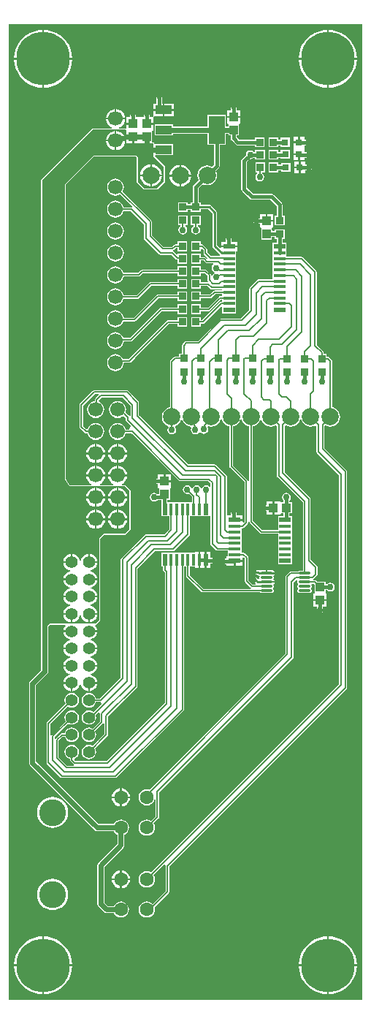
<source format=gtl>
G04*
G04 #@! TF.GenerationSoftware,Altium Limited,Altium Designer,20.2.6 (244)*
G04*
G04 Layer_Physical_Order=1*
G04 Layer_Color=255*
%FSLAX25Y25*%
%MOIN*%
G70*
G04*
G04 #@! TF.SameCoordinates,A761004E-7D6E-4A87-B3DE-CFC7A672E5A2*
G04*
G04*
G04 #@! TF.FilePolarity,Positive*
G04*
G01*
G75*
%ADD12C,0.01000*%
%ADD17C,0.07874*%
%ADD18R,0.03347X0.03543*%
%ADD19R,0.05315X0.01575*%
%ADD20R,0.05315X0.02362*%
%ADD21R,0.03543X0.03347*%
%ADD22R,0.03937X0.04134*%
%ADD23R,0.07284X0.12598*%
%ADD24R,0.07284X0.03937*%
%ADD25R,0.03150X0.03150*%
%ADD26O,0.05709X0.01181*%
%ADD27R,0.04134X0.03937*%
%ADD28R,0.02362X0.05315*%
%ADD29R,0.01575X0.05315*%
%ADD48C,0.02200*%
%ADD49C,0.00600*%
%ADD50C,0.01598*%
%ADD51C,0.01600*%
%ADD52C,0.06693*%
%ADD53C,0.06299*%
%ADD54C,0.12205*%
%ADD55C,0.05512*%
%ADD56C,0.24410*%
%ADD57C,0.02953*%
G36*
X163315Y2039D02*
X2039D01*
Y446780D01*
X163315D01*
X163315Y2039D01*
D02*
G37*
%LPC*%
G36*
X148038Y444316D02*
Y431502D01*
X160852D01*
X160720Y433174D01*
X160235Y435195D01*
X159440Y437116D01*
X158354Y438888D01*
X157004Y440468D01*
X155423Y441818D01*
X153651Y442904D01*
X151731Y443700D01*
X149710Y444185D01*
X148038Y444316D01*
D02*
G37*
G36*
X147238D02*
X145566Y444185D01*
X143545Y443700D01*
X141624Y442904D01*
X139852Y441818D01*
X138272Y440468D01*
X136922Y438888D01*
X135836Y437116D01*
X135040Y435195D01*
X134555Y433174D01*
X134424Y431502D01*
X147238D01*
Y444316D01*
D02*
G37*
G36*
X18116D02*
Y431502D01*
X30931D01*
X30799Y433174D01*
X30314Y435195D01*
X29518Y437116D01*
X28432Y438888D01*
X27083Y440468D01*
X25502Y441818D01*
X23730Y442904D01*
X21810Y443700D01*
X19789Y444185D01*
X18116Y444316D01*
D02*
G37*
G36*
X17316D02*
X15644Y444185D01*
X13623Y443700D01*
X11703Y442904D01*
X9931Y441818D01*
X8350Y440468D01*
X7001Y438888D01*
X5915Y437116D01*
X5119Y435195D01*
X4634Y433174D01*
X4502Y431502D01*
X17316D01*
Y444316D01*
D02*
G37*
G36*
X160852Y430702D02*
X148038D01*
Y417888D01*
X149710Y418020D01*
X151731Y418505D01*
X153651Y419301D01*
X155423Y420387D01*
X157004Y421736D01*
X158354Y423317D01*
X159440Y425089D01*
X160235Y427009D01*
X160720Y429030D01*
X160852Y430702D01*
D02*
G37*
G36*
X147238D02*
X134424D01*
X134555Y429030D01*
X135040Y427009D01*
X135836Y425089D01*
X136922Y423317D01*
X138272Y421736D01*
X139852Y420387D01*
X141624Y419301D01*
X143545Y418505D01*
X145566Y418020D01*
X147238Y417888D01*
Y430702D01*
D02*
G37*
G36*
X30931D02*
X18116D01*
Y417888D01*
X19789Y418020D01*
X21810Y418505D01*
X23730Y419301D01*
X25502Y420387D01*
X27083Y421736D01*
X28432Y423317D01*
X29518Y425089D01*
X30314Y427009D01*
X30799Y429030D01*
X30931Y430702D01*
D02*
G37*
G36*
X17316D02*
X4502D01*
X4634Y429030D01*
X5119Y427009D01*
X5915Y425089D01*
X7001Y423317D01*
X8350Y421736D01*
X9931Y420387D01*
X11703Y419301D01*
X13623Y418505D01*
X15644Y418020D01*
X17316Y417888D01*
Y430702D01*
D02*
G37*
G36*
X77339Y410724D02*
X73097D01*
Y408156D01*
X77339D01*
Y410724D01*
D02*
G37*
G36*
X70768Y415625D02*
X70261Y415524D01*
X69831Y415237D01*
X69543Y414807D01*
X69442Y414299D01*
Y410724D01*
X68055D01*
Y408156D01*
X72297D01*
Y410724D01*
X72093D01*
Y414299D01*
X71992Y414807D01*
X71705Y415237D01*
X71275Y415524D01*
X70768Y415625D01*
D02*
G37*
G36*
X104724Y410774D02*
X104217Y410673D01*
X103787Y410386D01*
X103500Y409956D01*
X103399Y409449D01*
Y407713D01*
X101716D01*
Y405046D01*
X107653D01*
Y407713D01*
X106050D01*
Y409449D01*
X105949Y409956D01*
X105662Y410386D01*
X105232Y410673D01*
X104724Y410774D01*
D02*
G37*
G36*
X77339Y407356D02*
X73097D01*
Y404787D01*
X77339D01*
Y407356D01*
D02*
G37*
G36*
X64961Y407625D02*
X64453Y407524D01*
X64023Y407236D01*
X63736Y406806D01*
X63635Y406299D01*
Y404524D01*
X62248D01*
X61748Y404524D01*
X61413Y404524D01*
X59987D01*
Y406299D01*
X59886Y406806D01*
X59599Y407236D01*
X59169Y407524D01*
X58661Y407625D01*
X58154Y407524D01*
X57724Y407236D01*
X57437Y406806D01*
X57336Y406299D01*
Y404524D01*
X55811D01*
Y401857D01*
X58780D01*
Y401057D01*
X55811D01*
Y399652D01*
X55771Y399584D01*
X55367Y399294D01*
X52487D01*
X52388Y399794D01*
X52940Y400022D01*
X53848Y400719D01*
X54545Y401627D01*
X54983Y402684D01*
X55079Y403419D01*
X50748D01*
X46417D01*
X46514Y402684D01*
X46951Y401627D01*
X47648Y400719D01*
X48556Y400022D01*
X49108Y399794D01*
X49009Y399294D01*
X40249Y399294D01*
X40248Y399294D01*
X39866Y399135D01*
X39866Y399135D01*
X16952Y376222D01*
X16794Y375839D01*
X16794Y375839D01*
X16794Y173583D01*
Y170915D01*
X16794Y170915D01*
Y152408D01*
X11681Y147295D01*
X11327Y146766D01*
X11203Y146142D01*
Y110079D01*
X11327Y109454D01*
X11681Y108925D01*
X41248Y79358D01*
X41777Y79005D01*
X42402Y78880D01*
X49914D01*
X50001Y78671D01*
X50586Y77909D01*
X51348Y77324D01*
X51518Y77254D01*
Y73117D01*
X42941Y64539D01*
X42587Y64010D01*
X42463Y63386D01*
Y45669D01*
X42587Y45045D01*
X42941Y44516D01*
X45500Y41957D01*
X46029Y41603D01*
X46654Y41479D01*
X49914D01*
X50001Y41270D01*
X50586Y40507D01*
X51348Y39922D01*
X52236Y39555D01*
X53189Y39429D01*
X54142Y39555D01*
X55029Y39922D01*
X55792Y40507D01*
X56377Y41270D01*
X56745Y42158D01*
X56870Y43110D01*
X56745Y44063D01*
X56377Y44951D01*
X55792Y45713D01*
X55029Y46298D01*
X54142Y46666D01*
X53189Y46791D01*
X52236Y46666D01*
X51348Y46298D01*
X50586Y45713D01*
X50001Y44951D01*
X49914Y44742D01*
X47329D01*
X45726Y46345D01*
Y62710D01*
X54303Y71287D01*
X54657Y71817D01*
X54781Y72441D01*
Y77221D01*
X55029Y77324D01*
X55792Y77909D01*
X56377Y78671D01*
X56745Y79559D01*
X56870Y80512D01*
X56745Y81464D01*
X56377Y82352D01*
X55792Y83115D01*
X55029Y83700D01*
X54142Y84067D01*
X53189Y84193D01*
X52236Y84067D01*
X51348Y83700D01*
X50586Y83115D01*
X50001Y82352D01*
X49914Y82143D01*
X43077D01*
X14466Y110755D01*
Y145466D01*
X19579Y150579D01*
X19932Y151108D01*
X20056Y151732D01*
Y172218D01*
X20880Y173041D01*
X23976D01*
X27618Y173041D01*
X27864Y172541D01*
X27428Y171973D01*
X27049Y171059D01*
X26973Y170479D01*
X30709D01*
Y169679D01*
X26973D01*
X27049Y169098D01*
X27428Y168185D01*
X28030Y167400D01*
X28815Y166798D01*
X29728Y166419D01*
X29923Y166394D01*
Y165890D01*
X29728Y165864D01*
X28815Y165486D01*
X28030Y164883D01*
X27428Y164099D01*
X27049Y163185D01*
X26973Y162605D01*
X30709D01*
Y161805D01*
X26973D01*
X27049Y161224D01*
X27428Y160311D01*
X28030Y159526D01*
X28815Y158924D01*
X29728Y158545D01*
X29923Y158520D01*
Y158016D01*
X29728Y157990D01*
X28815Y157612D01*
X28030Y157009D01*
X27428Y156225D01*
X27049Y155311D01*
X26973Y154731D01*
X30709D01*
Y153931D01*
X26973D01*
X27049Y153350D01*
X27428Y152437D01*
X28030Y151652D01*
X28815Y151050D01*
X29728Y150672D01*
X29923Y150646D01*
Y150142D01*
X29728Y150116D01*
X28815Y149738D01*
X28030Y149135D01*
X27428Y148351D01*
X27049Y147437D01*
X26973Y146857D01*
X30709D01*
Y146457D01*
X31109D01*
Y142721D01*
X31689Y142798D01*
X32603Y143176D01*
X33387Y143778D01*
X33989Y144562D01*
X34368Y145476D01*
X34394Y145671D01*
X34898D01*
X34923Y145476D01*
X35302Y144562D01*
X35904Y143778D01*
X36689Y143176D01*
X37602Y142798D01*
X38183Y142721D01*
Y146457D01*
X38583D01*
Y146857D01*
X42318D01*
X42242Y147437D01*
X41864Y148351D01*
X41261Y149135D01*
X40477Y149738D01*
X39563Y150116D01*
X39369Y150142D01*
Y150646D01*
X39563Y150672D01*
X40477Y151050D01*
X41261Y151652D01*
X41864Y152437D01*
X42242Y153350D01*
X42318Y153931D01*
X38583D01*
Y154731D01*
X42318D01*
X42242Y155311D01*
X41864Y156225D01*
X41261Y157009D01*
X40477Y157612D01*
X39563Y157990D01*
X39369Y158016D01*
Y158520D01*
X39563Y158545D01*
X40477Y158924D01*
X41261Y159526D01*
X41864Y160311D01*
X42242Y161224D01*
X42318Y161805D01*
X38583D01*
Y162605D01*
X42318D01*
X42242Y163185D01*
X41864Y164099D01*
X41261Y164883D01*
X40477Y165486D01*
X39563Y165864D01*
X39369Y165890D01*
Y166394D01*
X39563Y166419D01*
X40477Y166798D01*
X41261Y167400D01*
X41864Y168185D01*
X42242Y169098D01*
X42318Y169679D01*
X38583D01*
Y170479D01*
X42318D01*
X42242Y171059D01*
X41864Y171973D01*
X41427Y172541D01*
X41674Y173041D01*
X41693D01*
X41693Y173041D01*
X42076Y173200D01*
X43663Y174787D01*
X43663Y174787D01*
X43821Y175170D01*
X43821Y175170D01*
X43821Y212372D01*
X45498Y214026D01*
X55118D01*
X55501Y214184D01*
X57469Y216153D01*
X57628Y216535D01*
X57628Y216535D01*
Y234198D01*
X57628Y234198D01*
X57469Y234580D01*
X55474Y236576D01*
X55091Y236735D01*
X55091Y236735D01*
X53678D01*
X53579Y237234D01*
X53846Y237345D01*
X54754Y238042D01*
X55450Y238950D01*
X55888Y240007D01*
X55985Y240742D01*
X51653D01*
X47322D01*
X47419Y240007D01*
X47857Y238950D01*
X48554Y238042D01*
X49462Y237345D01*
X49729Y237234D01*
X49629Y236735D01*
X43678D01*
X43578Y237234D01*
X43845Y237345D01*
X44754Y238042D01*
X45450Y238950D01*
X45888Y240007D01*
X45985Y240742D01*
X41654D01*
X37322D01*
X37419Y240007D01*
X37857Y238950D01*
X38554Y238042D01*
X39462Y237345D01*
X39729Y237234D01*
X39629Y236735D01*
X29827D01*
X28073Y239541D01*
Y373764D01*
X40827Y386518D01*
X59985D01*
X60455Y386048D01*
X60455Y375051D01*
X60455Y375051D01*
X60614Y374669D01*
X60614Y374669D01*
X63645Y371637D01*
X63645Y371637D01*
X64028Y371479D01*
X64028Y371479D01*
X69658Y371479D01*
X69658Y371479D01*
X70041Y371637D01*
X73190Y374787D01*
X73349Y375170D01*
X73349Y375170D01*
Y381863D01*
X73349Y381863D01*
X73190Y382245D01*
X73190Y382245D01*
X68758Y386677D01*
X68965Y387177D01*
X76839D01*
Y392114D01*
X68979D01*
X68538Y392160D01*
X68393Y392547D01*
X68375Y392617D01*
X68288Y392733D01*
X68233Y392867D01*
X68169Y392894D01*
X68127Y392949D01*
X67984Y392970D01*
X67850Y393025D01*
X67350D01*
Y397890D01*
X67350Y398118D01*
X67738Y398390D01*
X67850D01*
Y401057D01*
X64882D01*
Y401857D01*
X67850D01*
Y404098D01*
X67850Y404255D01*
X67879Y404395D01*
X67905Y404483D01*
X67962Y404599D01*
X68185Y404750D01*
X68399Y404787D01*
X68508Y404787D01*
X72297D01*
Y407356D01*
X68055D01*
Y405213D01*
X68055Y405056D01*
X68026Y404916D01*
X68001Y404828D01*
X67943Y404712D01*
X67720Y404561D01*
X67506Y404524D01*
X67395Y404524D01*
X66286D01*
Y406299D01*
X66185Y406806D01*
X65898Y407236D01*
X65468Y407524D01*
X64961Y407625D01*
D02*
G37*
G36*
X51148Y408150D02*
Y404219D01*
X55079D01*
X54983Y404953D01*
X54545Y406011D01*
X53848Y406919D01*
X52940Y407616D01*
X51883Y408053D01*
X51148Y408150D01*
D02*
G37*
G36*
X50348D02*
X49613Y408053D01*
X48556Y407616D01*
X47648Y406919D01*
X46951Y406011D01*
X46514Y404953D01*
X46417Y404219D01*
X50348D01*
Y408150D01*
D02*
G37*
G36*
X101051Y405500D02*
X92768D01*
Y400332D01*
X76839D01*
Y401169D01*
X68555D01*
Y396232D01*
X76839D01*
Y397069D01*
X92768D01*
Y391902D01*
X95584D01*
Y382892D01*
X94590Y381898D01*
X93678Y382276D01*
X92520Y382428D01*
X91361Y382276D01*
X90282Y381828D01*
X89355Y381117D01*
X88644Y380190D01*
X88197Y379111D01*
X88044Y377953D01*
X88197Y376795D01*
X88575Y375882D01*
X86307Y373614D01*
X86019Y373184D01*
X85919Y372677D01*
Y365717D01*
X84972D01*
Y364869D01*
X83728D01*
Y365717D01*
X79185D01*
Y361370D01*
X83728D01*
Y362218D01*
X84972D01*
Y361370D01*
X89516D01*
Y362524D01*
X93121D01*
X95043Y360601D01*
Y345669D01*
X95121Y345279D01*
X95342Y344948D01*
X98472Y341818D01*
X98472Y341217D01*
X98408Y341131D01*
X94275D01*
X92520Y342886D01*
Y344123D01*
X92458Y344435D01*
X92281Y344700D01*
X92281Y344700D01*
X90774Y346207D01*
X90509Y346384D01*
X90197Y346446D01*
X90197Y346446D01*
X89555D01*
Y347902D01*
X85209D01*
Y343358D01*
X89555D01*
Y344411D01*
X90055Y344618D01*
X90888Y343785D01*
Y342548D01*
X90888Y342548D01*
X90950Y342236D01*
X91127Y341971D01*
X92828Y340271D01*
X92663Y339728D01*
X92550Y339706D01*
X91758Y340498D01*
X91493Y340675D01*
X91181Y340737D01*
X91181Y340737D01*
X89555D01*
Y342193D01*
X85209D01*
Y337650D01*
X89555D01*
Y339106D01*
X90843D01*
X91922Y338026D01*
X91922Y338026D01*
X92187Y337850D01*
X92499Y337788D01*
X95179D01*
X95331Y337287D01*
X95130Y337153D01*
X94693Y336500D01*
X94540Y335728D01*
X94693Y334957D01*
X95130Y334303D01*
X95784Y333867D01*
X95831Y333857D01*
X95873Y333446D01*
X95859Y333342D01*
X95229Y332921D01*
X94834Y332331D01*
X94800Y332331D01*
X94334Y332466D01*
X94272Y332778D01*
X94095Y333043D01*
X94095Y333043D01*
X92388Y334750D01*
X92123Y334927D01*
X91811Y334989D01*
X91811Y334989D01*
X89555D01*
Y336445D01*
X85209D01*
Y331902D01*
X89555D01*
Y333358D01*
X91473D01*
X92703Y332128D01*
Y330104D01*
X92703Y330103D01*
X92765Y329791D01*
X92851Y329662D01*
X92696Y329265D01*
X92599Y329162D01*
X89555D01*
Y330736D01*
X85209D01*
Y326193D01*
X89555D01*
Y327531D01*
X92618D01*
X93954Y326195D01*
X93954Y326195D01*
X94218Y326018D01*
X94530Y325956D01*
X99461D01*
Y325442D01*
X95886D01*
X95886Y325442D01*
X95574Y325380D01*
X95309Y325203D01*
X93678Y323572D01*
X89555D01*
Y325028D01*
X85209D01*
Y320484D01*
X89555D01*
Y321940D01*
X94016D01*
X94016Y321940D01*
X94328Y322002D01*
X94592Y322179D01*
X96224Y323810D01*
X99461D01*
Y322883D01*
X98445D01*
X98445Y322883D01*
X98133Y322820D01*
X97868Y322644D01*
X97868Y322644D01*
X92891Y317666D01*
X89555D01*
Y319122D01*
X85209D01*
Y314579D01*
X89555D01*
Y316035D01*
X93228D01*
X93228Y316035D01*
X93541Y316097D01*
X93805Y316274D01*
X98783Y321251D01*
X99461D01*
Y320554D01*
X99035Y320323D01*
X98723Y320261D01*
X98459Y320085D01*
X98459Y320085D01*
X90331Y311957D01*
X89555D01*
Y313413D01*
X85209D01*
Y308870D01*
X89555D01*
Y310326D01*
X90669D01*
X90669Y310326D01*
X90981Y310388D01*
X91246Y310565D01*
X98961Y318280D01*
X99112Y318262D01*
X99461Y318072D01*
Y314874D01*
X105776D01*
Y318220D01*
Y320779D01*
Y323339D01*
Y325898D01*
Y328457D01*
Y331016D01*
Y333575D01*
Y336134D01*
Y338693D01*
Y343311D01*
X106276D01*
Y345092D01*
X98961D01*
Y344867D01*
X98499Y344675D01*
X97083Y346092D01*
Y361024D01*
X97005Y361414D01*
X96784Y361745D01*
X94264Y364264D01*
X93933Y364485D01*
X93543Y364563D01*
X89516D01*
Y365717D01*
X88570D01*
Y372128D01*
X90449Y374008D01*
X91361Y373630D01*
X92520Y373478D01*
X93678Y373630D01*
X94757Y374077D01*
X95684Y374788D01*
X96395Y375715D01*
X96842Y376795D01*
X96995Y377953D01*
X96842Y379111D01*
X96465Y380023D01*
X97847Y381405D01*
X98134Y381835D01*
X98235Y382343D01*
Y391902D01*
X101051D01*
Y397069D01*
X102216D01*
Y396173D01*
X103360D01*
Y394882D01*
X103461Y394375D01*
X103748Y393945D01*
X105559Y392134D01*
X105989Y391846D01*
X106496Y391745D01*
X114461D01*
Y390799D01*
X118807D01*
Y395342D01*
X114461D01*
Y394396D01*
X107045D01*
X106010Y395431D01*
Y396173D01*
X107153D01*
Y401079D01*
X107153Y401307D01*
X107541Y401579D01*
X107653D01*
Y404246D01*
X101716D01*
Y401579D01*
X101829D01*
X102216Y401307D01*
X102216Y401079D01*
Y400332D01*
X101051D01*
Y405500D01*
D02*
G37*
G36*
X134049Y395646D02*
X131874D01*
Y393471D01*
X134049D01*
Y395646D01*
D02*
G37*
G36*
X124909Y395342D02*
X120563D01*
Y390799D01*
X124909D01*
Y391745D01*
X126075D01*
Y390996D01*
X130224D01*
Y395146D01*
X126075D01*
Y394396D01*
X124909D01*
Y395342D01*
D02*
G37*
G36*
X118846Y389634D02*
X114500D01*
Y388727D01*
X113696D01*
X113630Y388826D01*
X112976Y389263D01*
X112205Y389417D01*
X111434Y389263D01*
X110780Y388826D01*
X110343Y388173D01*
X110190Y387402D01*
X110213Y387284D01*
X108512Y385583D01*
X108224Y385153D01*
X108123Y384646D01*
Y371654D01*
X108224Y371146D01*
X108512Y370716D01*
X112055Y367173D01*
X112485Y366886D01*
X112992Y366785D01*
X121498D01*
X124265Y364018D01*
Y359457D01*
X123319D01*
Y355110D01*
X127862D01*
Y359457D01*
X126916D01*
Y364567D01*
X126815Y365074D01*
X126528Y365504D01*
X122985Y369047D01*
X122555Y369335D01*
X122047Y369436D01*
X113541D01*
X110774Y372203D01*
Y384097D01*
X112087Y385410D01*
X112205Y385386D01*
X112976Y385540D01*
X113630Y385977D01*
X113696Y386076D01*
X114500D01*
Y385090D01*
X118846D01*
Y389634D01*
D02*
G37*
G36*
X130264D02*
X126114D01*
Y388687D01*
X124949D01*
Y389634D01*
X120602D01*
Y385090D01*
X124949D01*
Y386037D01*
X126114D01*
Y385484D01*
X130264D01*
Y389634D01*
D02*
G37*
G36*
X137024Y395646D02*
X134849D01*
Y393071D01*
X134449D01*
Y392671D01*
X131874D01*
Y390617D01*
X131874Y390496D01*
X131913Y390012D01*
Y387959D01*
X134488D01*
Y387559D01*
X134888D01*
Y384984D01*
X137063D01*
Y386076D01*
X138976D01*
X139484Y386177D01*
X139914Y386464D01*
X140201Y386894D01*
X140302Y387402D01*
X140201Y387909D01*
X139914Y388339D01*
X139484Y388626D01*
X138976Y388727D01*
X137063D01*
Y390012D01*
X137063Y390134D01*
X137024Y390617D01*
Y391588D01*
X138583D01*
X139090Y391689D01*
X139520Y391976D01*
X139807Y392406D01*
X139908Y392913D01*
X139807Y393421D01*
X139520Y393851D01*
X139090Y394138D01*
X138583Y394239D01*
X137024D01*
Y395646D01*
D02*
G37*
G36*
X134088Y387159D02*
X131913D01*
Y384984D01*
X134088D01*
Y387159D01*
D02*
G37*
G36*
X134403Y384189D02*
X132228D01*
Y382014D01*
X134403D01*
Y384189D01*
D02*
G37*
G36*
X124988Y383886D02*
X120642D01*
Y379343D01*
X124988D01*
Y380290D01*
X126429D01*
Y379539D01*
X130579D01*
Y383689D01*
X126429D01*
Y382939D01*
X124988D01*
Y383886D01*
D02*
G37*
G36*
X137378Y384189D02*
X135203D01*
Y381614D01*
X134803D01*
D01*
X135203D01*
Y379039D01*
X137378D01*
Y380171D01*
X138976D01*
X139484Y380272D01*
X139914Y380559D01*
X140201Y380989D01*
X140302Y381496D01*
X140201Y382003D01*
X139914Y382433D01*
X139484Y382721D01*
X138976Y382821D01*
X137378D01*
Y384189D01*
D02*
G37*
G36*
X134403Y381214D02*
X132228D01*
Y379039D01*
X134403D01*
Y381214D01*
D02*
G37*
G36*
X80676Y382722D02*
Y378195D01*
X85202D01*
X85085Y379084D01*
X84588Y380285D01*
X83797Y381316D01*
X82765Y382108D01*
X81564Y382605D01*
X80676Y382722D01*
D02*
G37*
G36*
X79876D02*
X78987Y382605D01*
X77786Y382108D01*
X76754Y381316D01*
X75963Y380285D01*
X75466Y379084D01*
X75349Y378195D01*
X79876D01*
Y382722D01*
D02*
G37*
G36*
X118886Y383886D02*
X114539D01*
Y379343D01*
X115336D01*
X115488Y378842D01*
X115111Y378590D01*
X114674Y377937D01*
X114520Y377165D01*
X114674Y376394D01*
X115111Y375741D01*
X115764Y375304D01*
X116535Y375150D01*
X117307Y375304D01*
X117960Y375741D01*
X118397Y376394D01*
X118551Y377165D01*
X118397Y377937D01*
X117960Y378590D01*
X117583Y378842D01*
X117734Y379343D01*
X118886D01*
Y383886D01*
D02*
G37*
G36*
X85202Y377395D02*
X80676D01*
Y372868D01*
X81564Y372985D01*
X82765Y373483D01*
X83797Y374274D01*
X84588Y375306D01*
X85085Y376506D01*
X85202Y377395D01*
D02*
G37*
G36*
X79876D02*
X75349D01*
X75466Y376506D01*
X75963Y375306D01*
X76754Y374274D01*
X77786Y373483D01*
X78987Y372985D01*
X79876Y372868D01*
Y377395D01*
D02*
G37*
G36*
X50748Y376439D02*
X49744Y376307D01*
X48808Y375919D01*
X48005Y375302D01*
X47388Y374499D01*
X47001Y373563D01*
X46868Y372559D01*
X47001Y371555D01*
X47388Y370619D01*
X48005Y369816D01*
X48808Y369199D01*
X49744Y368812D01*
X50748Y368679D01*
X51752Y368812D01*
X52688Y369199D01*
X52839Y369315D01*
X58406Y363748D01*
X58111Y363335D01*
X57913Y363375D01*
X57913Y363375D01*
X54520D01*
X54496Y363563D01*
X54108Y364499D01*
X53491Y365302D01*
X52688Y365919D01*
X51752Y366306D01*
X50748Y366439D01*
X49744Y366306D01*
X48808Y365919D01*
X48005Y365302D01*
X47388Y364499D01*
X47001Y363563D01*
X46868Y362559D01*
X47001Y361555D01*
X47388Y360619D01*
X48005Y359816D01*
X48808Y359199D01*
X49744Y358812D01*
X50748Y358679D01*
X51752Y358812D01*
X52688Y359199D01*
X53491Y359816D01*
X54108Y360619D01*
X54496Y361555D01*
X54520Y361743D01*
X57576D01*
X63751Y355568D01*
Y349213D01*
X63751Y349213D01*
X63813Y348901D01*
X63990Y348636D01*
X70683Y341943D01*
X70683Y341943D01*
X70948Y341766D01*
X71260Y341704D01*
X76434D01*
X78481Y339657D01*
X78481Y339657D01*
X78746Y339480D01*
X79058Y339418D01*
X79106Y338937D01*
Y337650D01*
X83453D01*
Y342193D01*
X79106D01*
Y341992D01*
X78644Y341800D01*
X77348Y343096D01*
X77140Y343236D01*
X77110Y343504D01*
X77140Y343772D01*
X77348Y343911D01*
X78251Y344814D01*
X79106D01*
Y343358D01*
X83453D01*
Y347902D01*
X79106D01*
Y346446D01*
X77913D01*
X77601Y346384D01*
X77337Y346207D01*
X77337Y346207D01*
X76434Y345304D01*
X72779D01*
X67351Y350732D01*
Y356772D01*
X67351Y356772D01*
X67289Y357084D01*
X67112Y357348D01*
X67112Y357348D01*
X53992Y370468D01*
X54108Y370619D01*
X54496Y371555D01*
X54628Y372559D01*
X54496Y373563D01*
X54108Y374499D01*
X53491Y375302D01*
X52688Y375919D01*
X51752Y376307D01*
X50748Y376439D01*
D02*
G37*
G36*
X122653Y360252D02*
X120085D01*
Y357585D01*
X122653D01*
Y360252D01*
D02*
G37*
G36*
X89516Y359614D02*
X84972D01*
Y355268D01*
X86212D01*
X86364Y354768D01*
X85898Y354456D01*
X85461Y353803D01*
X85308Y353031D01*
X85461Y352260D01*
X85898Y351607D01*
X86552Y351170D01*
X87323Y351016D01*
X88094Y351170D01*
X88748Y351607D01*
X89185Y352260D01*
X89338Y353031D01*
X89185Y353803D01*
X88748Y354456D01*
X88282Y354768D01*
X88433Y355268D01*
X89516D01*
Y359614D01*
D02*
G37*
G36*
X83728D02*
X79185D01*
Y355268D01*
X80307D01*
X80458Y354768D01*
X79992Y354456D01*
X79556Y353803D01*
X79402Y353031D01*
X79556Y352260D01*
X79992Y351607D01*
X80646Y351170D01*
X81417Y351016D01*
X82188Y351170D01*
X82842Y351607D01*
X83279Y352260D01*
X83432Y353031D01*
X83279Y353803D01*
X82842Y354456D01*
X82376Y354768D01*
X82528Y355268D01*
X83728D01*
Y359614D01*
D02*
G37*
G36*
X50748Y356439D02*
X49744Y356307D01*
X48808Y355919D01*
X48005Y355302D01*
X47388Y354499D01*
X47001Y353563D01*
X46868Y352559D01*
X47001Y351555D01*
X47388Y350619D01*
X48005Y349816D01*
X48808Y349199D01*
X49744Y348812D01*
X50748Y348679D01*
X51752Y348812D01*
X52688Y349199D01*
X53491Y349816D01*
X54108Y350619D01*
X54496Y351555D01*
X54628Y352559D01*
X54496Y353563D01*
X54108Y354499D01*
X53491Y355302D01*
X52688Y355919D01*
X51752Y356307D01*
X50748Y356439D01*
D02*
G37*
G36*
X102362Y351325D02*
X101855Y351225D01*
X101425Y350937D01*
X101138Y350507D01*
X101037Y350000D01*
Y347673D01*
X98961D01*
Y345892D01*
X106276D01*
Y347673D01*
X103688D01*
Y350000D01*
X103587Y350507D01*
X103299Y350937D01*
X102869Y351225D01*
X102362Y351325D01*
D02*
G37*
G36*
X50748Y346439D02*
X49744Y346306D01*
X48808Y345919D01*
X48005Y345302D01*
X47388Y344499D01*
X47001Y343563D01*
X46868Y342559D01*
X47001Y341555D01*
X47388Y340619D01*
X48005Y339816D01*
X48808Y339199D01*
X49744Y338812D01*
X50748Y338679D01*
X51752Y338812D01*
X52688Y339199D01*
X53491Y339816D01*
X54108Y340619D01*
X54496Y341555D01*
X54628Y342559D01*
X54496Y343563D01*
X54108Y344499D01*
X53491Y345302D01*
X52688Y345919D01*
X51752Y346306D01*
X50748Y346439D01*
D02*
G37*
G36*
X83453Y336445D02*
X79106D01*
Y334989D01*
X62913D01*
X62601Y334927D01*
X62337Y334750D01*
X62337Y334750D01*
X61079Y333493D01*
X54505D01*
X54496Y333563D01*
X54108Y334499D01*
X53491Y335302D01*
X52688Y335919D01*
X51752Y336307D01*
X50748Y336439D01*
X49744Y336307D01*
X48808Y335919D01*
X48005Y335302D01*
X47388Y334499D01*
X47001Y333563D01*
X46868Y332559D01*
X47001Y331555D01*
X47388Y330619D01*
X48005Y329816D01*
X48808Y329199D01*
X49744Y328812D01*
X50748Y328679D01*
X51752Y328812D01*
X52688Y329199D01*
X53491Y329816D01*
X54108Y330619D01*
X54496Y331555D01*
X54536Y331861D01*
X61417D01*
X61417Y331861D01*
X61730Y331924D01*
X61994Y332100D01*
X63251Y333358D01*
X79106D01*
Y331902D01*
X83453D01*
Y336445D01*
D02*
G37*
G36*
X119285Y360252D02*
X116717D01*
Y358412D01*
X114961D01*
X114453Y358311D01*
X114023Y358024D01*
X113736Y357594D01*
X113635Y357087D01*
X113736Y356579D01*
X114023Y356149D01*
X114453Y355862D01*
X114961Y355761D01*
X116717D01*
Y354118D01*
X116829D01*
X117217Y353847D01*
X117217Y353618D01*
Y348713D01*
X122153D01*
Y349856D01*
X123319D01*
Y349008D01*
X124324D01*
Y347173D01*
X122492D01*
Y343811D01*
Y341252D01*
Y338693D01*
Y336134D01*
Y333575D01*
Y330560D01*
X115965D01*
X115965Y330560D01*
X115652Y330498D01*
X115388Y330321D01*
X112022Y326955D01*
X111845Y326690D01*
X111783Y326378D01*
X111783Y326378D01*
Y316480D01*
X107930Y312627D01*
X98819D01*
X98819Y312627D01*
X98507Y312565D01*
X98242Y312388D01*
X98242Y312388D01*
X88245Y302391D01*
X83071D01*
X82759Y302328D01*
X82494Y302152D01*
X82494Y302151D01*
X81313Y300971D01*
X81136Y300706D01*
X81074Y300394D01*
X81074Y300394D01*
Y296661D01*
X79618D01*
Y295304D01*
X77953D01*
X77641Y295242D01*
X77376Y295065D01*
X77376Y295065D01*
X75801Y293490D01*
X75624Y293226D01*
X75562Y292913D01*
X75562Y292913D01*
Y272163D01*
X75220Y272118D01*
X74140Y271671D01*
X73213Y270960D01*
X72502Y270033D01*
X72055Y268954D01*
X71903Y267795D01*
X72055Y266637D01*
X72502Y265558D01*
X73213Y264631D01*
X74140Y263920D01*
X74718Y263680D01*
X74774Y263574D01*
X74851Y263084D01*
X74516Y262582D01*
X74363Y261811D01*
X74516Y261040D01*
X74953Y260386D01*
X75607Y259949D01*
X76378Y259796D01*
X77149Y259949D01*
X77803Y260386D01*
X78240Y261040D01*
X78393Y261811D01*
X78240Y262582D01*
X77904Y263084D01*
X77982Y263574D01*
X78038Y263680D01*
X78616Y263920D01*
X79542Y264631D01*
X80254Y265558D01*
X80648Y266510D01*
X81163Y266510D01*
X81557Y265558D01*
X82269Y264631D01*
X83195Y263920D01*
X84275Y263473D01*
X85094Y263365D01*
X85337Y262828D01*
X85225Y262660D01*
X85071Y261889D01*
X85225Y261118D01*
X85662Y260464D01*
X86315Y260028D01*
X87086Y259874D01*
X87858Y260028D01*
X88511Y260464D01*
X88840Y260956D01*
X89339Y261012D01*
X89418Y260991D01*
X89638Y260662D01*
X90292Y260225D01*
X91063Y260071D01*
X91834Y260225D01*
X92488Y260662D01*
X92925Y261315D01*
X93078Y262087D01*
X92925Y262858D01*
X92702Y263192D01*
X93033Y263595D01*
X93330Y263473D01*
X94488Y263320D01*
X95647Y263473D01*
X96726Y263920D01*
X97653Y264631D01*
X98364Y265558D01*
X98759Y266510D01*
X99273Y266510D01*
X99668Y265558D01*
X100379Y264631D01*
X101306Y263920D01*
X102385Y263473D01*
X102728Y263427D01*
Y245276D01*
X102728Y245276D01*
X102790Y244963D01*
X102966Y244699D01*
X109566Y238100D01*
Y219811D01*
X109254Y219557D01*
X108795Y219757D01*
Y220407D01*
X105138D01*
Y221207D01*
X108795D01*
Y222988D01*
X106050D01*
Y224803D01*
X105949Y225310D01*
X105662Y225740D01*
X105232Y226028D01*
X104724Y226129D01*
X104217Y226028D01*
X103787Y225740D01*
X103500Y225310D01*
X103399Y224803D01*
Y222988D01*
X101603D01*
Y240551D01*
X101541Y240863D01*
X101364Y241128D01*
X101364Y241128D01*
X96640Y245852D01*
X96375Y246029D01*
X96063Y246091D01*
X96063Y246091D01*
X84039D01*
X61446Y268684D01*
Y274410D01*
X61383Y274722D01*
X61207Y274986D01*
X61207Y274986D01*
X56443Y279750D01*
X56178Y279927D01*
X55866Y279989D01*
X55866Y279989D01*
X40984D01*
X40672Y279927D01*
X40407Y279750D01*
X40407Y279750D01*
X34463Y273805D01*
X34286Y273540D01*
X34224Y273228D01*
X34224Y273228D01*
Y263386D01*
X34224Y263386D01*
X34286Y263074D01*
X34463Y262809D01*
X36707Y260565D01*
X36707Y260565D01*
X36971Y260388D01*
X37284Y260326D01*
X37284Y260326D01*
X37881D01*
X37906Y260138D01*
X38294Y259202D01*
X38910Y258398D01*
X39714Y257782D01*
X40649Y257394D01*
X41653Y257262D01*
X42658Y257394D01*
X43593Y257782D01*
X44397Y258398D01*
X45013Y259202D01*
X45401Y260138D01*
X45533Y261142D01*
X45401Y262146D01*
X45013Y263082D01*
X44397Y263885D01*
X43593Y264502D01*
X42658Y264889D01*
X41653Y265021D01*
X40649Y264889D01*
X39714Y264502D01*
X38910Y263885D01*
X38294Y263082D01*
X37975Y262311D01*
X37539Y262166D01*
X37405Y262173D01*
X35855Y263724D01*
Y272890D01*
X41322Y278358D01*
X42954D01*
X43161Y277858D01*
X41549Y276246D01*
X41372Y275981D01*
X41310Y275669D01*
X41310Y275669D01*
Y274976D01*
X40649Y274889D01*
X39714Y274502D01*
X38910Y273885D01*
X38294Y273082D01*
X37906Y272146D01*
X37774Y271142D01*
X37906Y270138D01*
X38294Y269202D01*
X38910Y268398D01*
X39714Y267782D01*
X40649Y267394D01*
X41653Y267262D01*
X42658Y267394D01*
X43593Y267782D01*
X44397Y268398D01*
X45013Y269202D01*
X45401Y270138D01*
X45533Y271142D01*
X45401Y272146D01*
X45013Y273082D01*
X44397Y273885D01*
X43593Y274502D01*
X42942Y274771D01*
Y275331D01*
X44354Y276743D01*
X53953D01*
X57649Y273048D01*
Y269125D01*
X57649Y268724D01*
X57287Y268369D01*
X56740Y268429D01*
X55293Y269877D01*
X55401Y270138D01*
X55533Y271142D01*
X55401Y272146D01*
X55013Y273082D01*
X54397Y273885D01*
X53593Y274502D01*
X52658Y274889D01*
X51653Y275021D01*
X50649Y274889D01*
X49714Y274502D01*
X48910Y273885D01*
X48294Y273082D01*
X47906Y272146D01*
X47774Y271142D01*
X47906Y270138D01*
X48294Y269202D01*
X48910Y268398D01*
X49714Y267782D01*
X50649Y267394D01*
X51653Y267262D01*
X52658Y267394D01*
X53593Y267782D01*
X54397Y268398D01*
X54460Y268403D01*
X55484Y267379D01*
Y266378D01*
X55484Y266378D01*
X55546Y266066D01*
X55722Y265801D01*
X57264Y264259D01*
X57598Y263898D01*
Y263898D01*
X57540Y263735D01*
X57540Y263735D01*
X56960Y262126D01*
X56960D01*
X56960Y262125D01*
X56530Y261957D01*
X55426D01*
X55401Y262146D01*
X55013Y263082D01*
X54397Y263885D01*
X53593Y264502D01*
X52658Y264889D01*
X51653Y265021D01*
X50649Y264889D01*
X49714Y264502D01*
X48910Y263885D01*
X48294Y263082D01*
X47906Y262146D01*
X47774Y261142D01*
X47906Y260138D01*
X48294Y259202D01*
X48910Y258398D01*
X49714Y257782D01*
X50649Y257394D01*
X51653Y257262D01*
X52658Y257394D01*
X53593Y257782D01*
X54397Y258398D01*
X55013Y259202D01*
X55401Y260138D01*
X55426Y260326D01*
X58048D01*
X79581Y238793D01*
X79581Y238793D01*
X79845Y238616D01*
X80158Y238554D01*
X80158Y238554D01*
X93087D01*
X94066Y237576D01*
Y236169D01*
X93566Y236017D01*
X93530Y236071D01*
X92877Y236507D01*
X92106Y236661D01*
X91334Y236507D01*
X90681Y236071D01*
X90244Y235417D01*
X90205Y235223D01*
X89696D01*
X89657Y235417D01*
X89220Y236071D01*
X88566Y236507D01*
X87795Y236661D01*
X87024Y236507D01*
X86370Y236071D01*
X85934Y235417D01*
X85885Y235172D01*
X85375D01*
X85326Y235417D01*
X84890Y236071D01*
X84236Y236507D01*
X83465Y236661D01*
X82693Y236507D01*
X82040Y236071D01*
X81603Y235417D01*
X81450Y234646D01*
X81603Y233875D01*
X82040Y233221D01*
X82693Y232784D01*
X83465Y232631D01*
X84183Y232773D01*
X85562Y231394D01*
Y228787D01*
X74436D01*
Y229992D01*
X75579D01*
Y234898D01*
X75579Y235126D01*
X75966Y235398D01*
X76079D01*
Y238065D01*
X73110D01*
Y238465D01*
X72710D01*
Y241531D01*
X70142D01*
Y239751D01*
X68504D01*
X67997Y239650D01*
X67567Y239362D01*
X67279Y238932D01*
X67178Y238425D01*
X67279Y237918D01*
X67567Y237488D01*
X67997Y237201D01*
X68504Y237100D01*
X70142D01*
Y235398D01*
X70254D01*
X70642Y235126D01*
X70642Y234898D01*
Y232585D01*
X69724D01*
X69157Y232964D01*
X68386Y233118D01*
X67615Y232964D01*
X66961Y232527D01*
X66524Y231873D01*
X66371Y231102D01*
X66524Y230331D01*
X66961Y229678D01*
X67615Y229241D01*
X68386Y229087D01*
X69157Y229241D01*
X69811Y229678D01*
X69982Y229934D01*
X71785D01*
Y228787D01*
X71508D01*
Y222473D01*
X75326D01*
Y216637D01*
X72891Y214201D01*
X64567D01*
X64567Y214201D01*
X64255Y214139D01*
X63990Y213963D01*
X63990Y213963D01*
X53360Y203333D01*
X53183Y203068D01*
X53121Y202756D01*
X53121Y202756D01*
Y148763D01*
X43757Y139398D01*
X41759D01*
X41755Y139433D01*
X41427Y140225D01*
X40905Y140905D01*
X40225Y141427D01*
X39433Y141755D01*
X38583Y141867D01*
X37733Y141755D01*
X36941Y141427D01*
X36261Y140905D01*
X35739Y140225D01*
X35411Y139433D01*
X35299Y138583D01*
X35411Y137733D01*
X35739Y136941D01*
X36261Y136260D01*
X36941Y135739D01*
X37733Y135411D01*
X38583Y135299D01*
X39433Y135411D01*
X40225Y135739D01*
X40905Y136260D01*
X41427Y136941D01*
X41755Y137733D01*
X41759Y137767D01*
X44094D01*
X44094Y137767D01*
X44102Y137769D01*
X44367Y136860D01*
X40698Y133190D01*
X40225Y133553D01*
X39433Y133881D01*
X38583Y133993D01*
X37733Y133881D01*
X36941Y133553D01*
X36261Y133031D01*
X35739Y132351D01*
X35411Y131559D01*
X35299Y130709D01*
X35411Y129859D01*
X35739Y129067D01*
X36261Y128386D01*
X36941Y127865D01*
X37733Y127537D01*
X38583Y127425D01*
X39433Y127537D01*
X40225Y127865D01*
X40905Y128386D01*
X41427Y129067D01*
X41755Y129859D01*
X41867Y130709D01*
X41755Y131559D01*
X41643Y131828D01*
X42983Y133168D01*
X43676Y132694D01*
X43672Y132677D01*
X43672Y132677D01*
Y129078D01*
X40252Y125658D01*
X40225Y125679D01*
X39433Y126007D01*
X38583Y126119D01*
X37733Y126007D01*
X36941Y125679D01*
X36261Y125157D01*
X35739Y124477D01*
X35411Y123685D01*
X35299Y122835D01*
X35411Y121985D01*
X35739Y121193D01*
X36261Y120512D01*
X36941Y119991D01*
X37733Y119663D01*
X38583Y119551D01*
X39433Y119663D01*
X40225Y119991D01*
X40905Y120512D01*
X41427Y121193D01*
X41755Y121985D01*
X41867Y122835D01*
X41755Y123685D01*
X41427Y124477D01*
X41406Y124504D01*
X45065Y128163D01*
X45065Y128163D01*
X45563Y128031D01*
X45641Y127976D01*
Y123172D01*
X40252Y117784D01*
X40225Y117805D01*
X39433Y118133D01*
X38583Y118245D01*
X37733Y118133D01*
X36941Y117805D01*
X36261Y117283D01*
X35739Y116603D01*
X35411Y115811D01*
X35299Y114961D01*
X35411Y114111D01*
X35739Y113319D01*
X36261Y112638D01*
X36941Y112117D01*
X37733Y111788D01*
X38583Y111677D01*
X39433Y111788D01*
X40225Y112117D01*
X40905Y112638D01*
X41427Y113319D01*
X41755Y114111D01*
X41867Y114961D01*
X41755Y115811D01*
X41427Y116603D01*
X41406Y116630D01*
X47033Y122258D01*
X47034Y122258D01*
X47210Y122522D01*
X47272Y122835D01*
Y131158D01*
X60419Y144305D01*
X60419Y144305D01*
X60596Y144570D01*
X60658Y144882D01*
Y198481D01*
X68805Y206628D01*
X77128D01*
X77128Y206628D01*
X77441Y206690D01*
X77705Y206867D01*
X84396Y213557D01*
X84396Y213557D01*
X84572Y213822D01*
X84635Y214134D01*
Y222473D01*
X93571D01*
Y222473D01*
X94066Y222461D01*
Y209921D01*
X94066Y209921D01*
X94128Y209609D01*
X94305Y209345D01*
X96608Y207041D01*
X96608Y207041D01*
X96873Y206865D01*
X97185Y206803D01*
X97185Y206803D01*
X101980D01*
Y204287D01*
X101480D01*
Y203294D01*
X99606D01*
X99099Y203193D01*
X98669Y202906D01*
X98382Y202476D01*
X98281Y201969D01*
X98382Y201461D01*
X98669Y201031D01*
X99099Y200744D01*
X99606Y200643D01*
X101480D01*
Y199925D01*
X104738D01*
Y202106D01*
X105138D01*
Y202506D01*
X108795D01*
Y203571D01*
X109257Y203763D01*
X109814Y203205D01*
Y192924D01*
X109814Y192924D01*
X109876Y192612D01*
X110053Y192347D01*
X112426Y189974D01*
X112540Y189898D01*
X112388Y189398D01*
X90889D01*
X84635Y195653D01*
Y199441D01*
X87150D01*
Y198941D01*
X88537D01*
Y202599D01*
Y206256D01*
X87150D01*
Y205756D01*
X71508D01*
Y199441D01*
X72373D01*
Y198071D01*
X72373Y198071D01*
X72435Y197759D01*
X72612Y197494D01*
X73200Y196906D01*
Y137346D01*
X46688Y110834D01*
X32445D01*
X31894Y111386D01*
X32011Y111976D01*
X32351Y112117D01*
X33031Y112638D01*
X33553Y113319D01*
X33881Y114111D01*
X33993Y114961D01*
X33881Y115811D01*
X33553Y116603D01*
X33031Y117283D01*
X32351Y117805D01*
X31559Y118133D01*
X30709Y118245D01*
X29859Y118133D01*
X29067Y117805D01*
X28387Y117283D01*
X27865Y116603D01*
X27537Y115811D01*
X27425Y114961D01*
X27537Y114111D01*
X27865Y113319D01*
X28387Y112638D01*
X29067Y112117D01*
X29859Y111788D01*
X29893Y111417D01*
X29955Y111105D01*
X30132Y110841D01*
X31531Y109442D01*
X31531Y109442D01*
X31732Y109272D01*
Y108690D01*
X28684D01*
X24831Y112543D01*
Y120135D01*
X26561Y121864D01*
X27586D01*
X27865Y121193D01*
X28387Y120512D01*
X29067Y119991D01*
X29859Y119663D01*
X30709Y119551D01*
X31559Y119663D01*
X32351Y119991D01*
X33031Y120512D01*
X33553Y121193D01*
X33881Y121985D01*
X33993Y122835D01*
X33881Y123685D01*
X33553Y124477D01*
X33031Y125157D01*
X32351Y125679D01*
X31559Y126007D01*
X30709Y126119D01*
X29859Y126007D01*
X29067Y125679D01*
X28387Y125157D01*
X27865Y124477D01*
X27537Y123685D01*
X27512Y123495D01*
X26223D01*
X26223Y123495D01*
X25911Y123433D01*
X25646Y123257D01*
X25646Y123257D01*
X23439Y121049D01*
X23402Y120994D01*
X22902Y121146D01*
Y121749D01*
X29039Y127886D01*
X29067Y127865D01*
X29859Y127537D01*
X30709Y127425D01*
X31559Y127537D01*
X32351Y127865D01*
X33031Y128386D01*
X33553Y129067D01*
X33881Y129859D01*
X33993Y130709D01*
X33881Y131559D01*
X33553Y132351D01*
X33031Y133031D01*
X32351Y133553D01*
X31559Y133881D01*
X30709Y133993D01*
X29859Y133881D01*
X29067Y133553D01*
X28387Y133031D01*
X27865Y132351D01*
X27537Y131559D01*
X27425Y130709D01*
X27537Y129859D01*
X27865Y129067D01*
X27886Y129039D01*
X21510Y122663D01*
X21394Y122491D01*
X20942Y122555D01*
X20894Y122574D01*
Y127615D01*
X29039Y135760D01*
X29067Y135739D01*
X29859Y135411D01*
X30709Y135299D01*
X31559Y135411D01*
X32351Y135739D01*
X33031Y136260D01*
X33553Y136941D01*
X33881Y137733D01*
X33993Y138583D01*
X33881Y139433D01*
X33553Y140225D01*
X33031Y140905D01*
X32351Y141427D01*
X31559Y141755D01*
X30709Y141867D01*
X29859Y141755D01*
X29067Y141427D01*
X28387Y140905D01*
X27865Y140225D01*
X27537Y139433D01*
X27425Y138583D01*
X27537Y137733D01*
X27865Y136941D01*
X27886Y136913D01*
X19502Y128530D01*
X19325Y128265D01*
X19263Y127953D01*
X19263Y127953D01*
Y110236D01*
X19263Y110236D01*
X19325Y109924D01*
X19502Y109659D01*
X25801Y103360D01*
X25801Y103360D01*
X26066Y103183D01*
X26378Y103121D01*
X26378Y103121D01*
X50787D01*
X50787Y103121D01*
X51099Y103183D01*
X51364Y103360D01*
X81837Y133833D01*
X81837Y133833D01*
X82013Y134097D01*
X82076Y134409D01*
X82076Y134409D01*
Y199441D01*
X83003D01*
Y195315D01*
X83003Y195315D01*
X83065Y195003D01*
X83242Y194738D01*
X89974Y188006D01*
X89974Y188006D01*
X90239Y187829D01*
X90551Y187767D01*
X116679D01*
X116996Y187555D01*
X117421Y187471D01*
X121949D01*
X122374Y187555D01*
X122735Y187796D01*
X122976Y188157D01*
X123061Y188583D01*
X122976Y189008D01*
X122830Y189227D01*
X122770Y189567D01*
X122830Y189907D01*
X122976Y190126D01*
X123061Y190551D01*
X122976Y190977D01*
X122830Y191195D01*
X123096Y191373D01*
X123447Y191899D01*
X123491Y192120D01*
X119685D01*
Y192920D01*
X123491D01*
X123447Y193140D01*
X123096Y193666D01*
X122830Y193844D01*
X122976Y194063D01*
X123061Y194488D01*
X122976Y194914D01*
X122830Y195133D01*
X123096Y195310D01*
X123447Y195836D01*
X123491Y196057D01*
X119685D01*
Y196457D01*
X119285D01*
Y198078D01*
X117421D01*
X116801Y197955D01*
X116490Y197747D01*
X116467Y197771D01*
X116136Y197992D01*
X115746Y198069D01*
X113974D01*
X113853Y198045D01*
X113779Y198060D01*
X113467Y197998D01*
X113203Y197821D01*
X113026Y197556D01*
X112964Y197244D01*
X112978Y197170D01*
X112954Y197050D01*
X113032Y196659D01*
X113253Y196329D01*
X113584Y196108D01*
X113974Y196030D01*
X115323D01*
X115618Y195736D01*
X115948Y195515D01*
X116167Y195471D01*
X116274Y195310D01*
X116540Y195133D01*
X116394Y194914D01*
X116309Y194488D01*
X116375Y194157D01*
X116213Y193923D01*
X115702Y193856D01*
X115137Y194422D01*
X114806Y194643D01*
X114416Y194720D01*
X114026Y194643D01*
X113837Y194517D01*
X113779D01*
X113467Y194454D01*
X113203Y194278D01*
X113026Y194013D01*
X112964Y193701D01*
X113026Y193389D01*
X113203Y193124D01*
X113467Y192947D01*
X113779Y192885D01*
X113790D01*
X114808Y191867D01*
X114755Y191593D01*
X114623Y191367D01*
X113341D01*
X111446Y193262D01*
Y203543D01*
X111446Y203543D01*
X111383Y203855D01*
X111207Y204120D01*
X109691Y205636D01*
X109426Y205813D01*
X109114Y205875D01*
X109114Y205875D01*
X108295D01*
Y208890D01*
Y211449D01*
Y214008D01*
Y217039D01*
X108799D01*
X108799Y217039D01*
X109111Y217101D01*
X109376Y217278D01*
X110958Y218860D01*
X110958Y218860D01*
X111135Y219124D01*
X111197Y219437D01*
X111197Y219437D01*
Y238437D01*
X111197Y238438D01*
X111135Y238750D01*
X110958Y239014D01*
X104359Y245614D01*
Y263427D01*
X104702Y263473D01*
X105781Y263920D01*
X106708Y264631D01*
X107419Y265558D01*
X107814Y266510D01*
X108328D01*
X108723Y265558D01*
X109434Y264631D01*
X110361Y263920D01*
X111440Y263473D01*
X111783Y263427D01*
Y220079D01*
X111783Y220079D01*
X111845Y219767D01*
X112022Y219502D01*
X116805Y214719D01*
X117070Y214542D01*
X117382Y214480D01*
X117382Y214480D01*
X125012D01*
Y211449D01*
Y208890D01*
Y206331D01*
Y203772D01*
Y200425D01*
X131327D01*
Y203772D01*
Y206331D01*
Y208890D01*
Y211449D01*
Y214008D01*
Y216567D01*
Y219126D01*
Y222488D01*
X130066D01*
Y223831D01*
X131307D01*
Y228768D01*
X130066D01*
Y229611D01*
X130165Y229678D01*
X130602Y230331D01*
X130755Y231102D01*
X130602Y231873D01*
X130165Y232527D01*
X129511Y232964D01*
X128740Y233118D01*
X127969Y232964D01*
X127315Y232527D01*
X126878Y231873D01*
X126725Y231102D01*
X126878Y230331D01*
X127315Y229678D01*
X127415Y229611D01*
Y229121D01*
X127061Y228768D01*
X126173Y228768D01*
X125902Y229155D01*
Y229268D01*
X123235D01*
Y226299D01*
Y223331D01*
X125902D01*
Y223443D01*
X126173Y223831D01*
X126402Y223831D01*
X127415D01*
Y222488D01*
X125012D01*
Y219126D01*
Y216111D01*
X117720D01*
X113414Y220417D01*
Y263427D01*
X113757Y263473D01*
X114836Y263920D01*
X115763Y264631D01*
X116474Y265558D01*
X116816Y266383D01*
X117357D01*
X117699Y265558D01*
X118410Y264631D01*
X119337Y263920D01*
X120416Y263473D01*
X121575Y263320D01*
X122733Y263473D01*
X123812Y263920D01*
X123964Y264036D01*
X124381Y263726D01*
Y240945D01*
X124381Y240945D01*
X124443Y240633D01*
X124620Y240368D01*
X136192Y228796D01*
Y209449D01*
X136192Y209449D01*
X136192Y209449D01*
Y197569D01*
X134744D01*
X134319Y197484D01*
X134002Y197272D01*
X130709D01*
X130709Y197272D01*
X130397Y197210D01*
X130132Y197034D01*
X130132Y197034D01*
X128557Y195459D01*
X128380Y195194D01*
X128318Y194882D01*
X128318Y194882D01*
Y159787D01*
X66254Y97722D01*
X65953Y97847D01*
X65000Y97972D01*
X64047Y97847D01*
X63159Y97479D01*
X62397Y96894D01*
X61812Y96132D01*
X61444Y95244D01*
X61319Y94291D01*
X61444Y93339D01*
X61812Y92451D01*
X62397Y91688D01*
X63159Y91103D01*
X64047Y90736D01*
X65000Y90610D01*
X65953Y90736D01*
X66840Y91103D01*
X67603Y91688D01*
X68188Y92451D01*
X68497Y93196D01*
X68997Y93097D01*
Y85662D01*
X66950Y83616D01*
X66840Y83700D01*
X65953Y84067D01*
X65000Y84193D01*
X64047Y84067D01*
X63159Y83700D01*
X62397Y83115D01*
X61812Y82352D01*
X61444Y81464D01*
X61319Y80512D01*
X61444Y79559D01*
X61812Y78671D01*
X62397Y77909D01*
X63159Y77324D01*
X64047Y76956D01*
X65000Y76831D01*
X65953Y76956D01*
X66840Y77324D01*
X67603Y77909D01*
X68188Y78671D01*
X68556Y79559D01*
X68681Y80512D01*
X68556Y81464D01*
X68188Y82352D01*
X68104Y82462D01*
X70389Y84747D01*
X70566Y85012D01*
X70628Y85324D01*
X70628Y85324D01*
Y96640D01*
X131679Y157691D01*
X131679Y157691D01*
X131856Y157956D01*
X131918Y158268D01*
Y192182D01*
X133222Y193486D01*
X133252Y193494D01*
X133460Y193450D01*
X133717Y192945D01*
X133632Y192520D01*
X133717Y192094D01*
X133863Y191875D01*
X133923Y191535D01*
X133863Y191195D01*
X133717Y190977D01*
X133632Y190551D01*
X133717Y190126D01*
X133863Y189907D01*
X133923Y189567D01*
X133863Y189227D01*
X133717Y189008D01*
X133632Y188583D01*
X133717Y188157D01*
X133958Y187796D01*
X134319Y187555D01*
X134744Y187471D01*
X139272D01*
X139697Y187555D01*
X140058Y187796D01*
X140299Y188157D01*
X140384Y188583D01*
X140299Y189008D01*
X140153Y189227D01*
X140093Y189567D01*
X140153Y189907D01*
X140299Y190126D01*
X140384Y190551D01*
X140299Y190977D01*
X140153Y191195D01*
X140149Y191209D01*
X140317Y191644D01*
X140369Y191704D01*
X141222D01*
X141626Y191300D01*
Y187819D01*
X141626Y187591D01*
X141238Y187319D01*
X141126D01*
Y184652D01*
X144095D01*
X147063D01*
Y187319D01*
X146950D01*
X146563Y187591D01*
X146563Y187819D01*
Y188832D01*
X147328D01*
X147394Y188733D01*
X148048Y188296D01*
X148819Y188142D01*
X149590Y188296D01*
X150244Y188733D01*
X150681Y189386D01*
X150834Y190157D01*
X150681Y190929D01*
X150244Y191582D01*
X149590Y192019D01*
X148819Y192173D01*
X148048Y192019D01*
X147394Y191582D01*
X147328Y191483D01*
X146563D01*
Y192724D01*
X142681D01*
X142309Y193096D01*
X142044Y193273D01*
X141732Y193335D01*
X141732Y193335D01*
X141166D01*
X141014Y193835D01*
X141128Y193911D01*
X142703Y195486D01*
X142703Y195486D01*
X142880Y195751D01*
X142942Y196063D01*
Y199213D01*
X142942Y199213D01*
X142880Y199525D01*
X142703Y199789D01*
X142703Y199789D01*
X139792Y202700D01*
Y230315D01*
X139792Y230315D01*
X139730Y230627D01*
X139553Y230892D01*
X139553Y230892D01*
X127981Y242464D01*
Y263696D01*
X128440Y263973D01*
X128510Y263920D01*
X129590Y263473D01*
X130748Y263320D01*
X131906Y263473D01*
X132986Y263920D01*
X133913Y264631D01*
X134624Y265558D01*
X134985Y266430D01*
X135527D01*
X135888Y265558D01*
X136599Y264631D01*
X137526Y263920D01*
X138605Y263473D01*
X139764Y263320D01*
X140922Y263473D01*
X142001Y263920D01*
X142491Y263665D01*
Y251969D01*
X142491Y251969D01*
X142553Y251656D01*
X142730Y251392D01*
X152728Y241394D01*
Y145771D01*
X66950Y59993D01*
X66840Y60078D01*
X65953Y60445D01*
X65000Y60571D01*
X64047Y60445D01*
X63160Y60078D01*
X62397Y59493D01*
X61812Y58730D01*
X61444Y57842D01*
X61319Y56890D01*
X61444Y55937D01*
X61812Y55049D01*
X62397Y54287D01*
X63160Y53702D01*
X64047Y53334D01*
X65000Y53209D01*
X65953Y53334D01*
X66840Y53702D01*
X67603Y54287D01*
X68188Y55049D01*
X68556Y55937D01*
X68681Y56890D01*
X68556Y57842D01*
X68188Y58730D01*
X68104Y58840D01*
X72872Y63608D01*
X73654Y63310D01*
X73656Y63304D01*
X73594Y62992D01*
X73594Y62992D01*
Y51519D01*
X67777Y45702D01*
X67603Y45713D01*
X66841Y46298D01*
X65953Y46666D01*
X65000Y46791D01*
X64047Y46666D01*
X63160Y46298D01*
X62397Y45713D01*
X61812Y44951D01*
X61444Y44063D01*
X61319Y43110D01*
X61444Y42158D01*
X61812Y41270D01*
X62397Y40507D01*
X63160Y39922D01*
X64047Y39555D01*
X65000Y39429D01*
X65953Y39555D01*
X66841Y39922D01*
X67603Y40507D01*
X68188Y41270D01*
X68556Y42158D01*
X68681Y43110D01*
X68556Y44063D01*
X68523Y44141D01*
X74986Y50604D01*
X74986Y50604D01*
X75163Y50869D01*
X75225Y51181D01*
X75225Y51181D01*
Y62654D01*
X156089Y143518D01*
X156089Y143518D01*
X156265Y143782D01*
X156327Y144095D01*
X156327Y144095D01*
Y242913D01*
X156327Y242913D01*
X156265Y243226D01*
X156089Y243490D01*
X156089Y243490D01*
X146049Y253530D01*
Y263698D01*
X146457Y264015D01*
X146581Y263920D01*
X147661Y263473D01*
X148819Y263320D01*
X149977Y263473D01*
X151057Y263920D01*
X151983Y264631D01*
X152695Y265558D01*
X153142Y266637D01*
X153294Y267795D01*
X153142Y268954D01*
X152695Y270033D01*
X151983Y270960D01*
X151057Y271671D01*
X149977Y272118D01*
X149635Y272163D01*
Y293307D01*
X149573Y293619D01*
X149396Y293884D01*
X149396Y293884D01*
X148352Y294927D01*
X148088Y295104D01*
X147776Y295166D01*
X147775Y295166D01*
X147153D01*
Y296524D01*
X145697D01*
Y297244D01*
X145635Y297556D01*
X145459Y297821D01*
X145459Y297821D01*
X142548Y300732D01*
Y333858D01*
X142548Y333858D01*
X142486Y334171D01*
X142309Y334435D01*
X142309Y334435D01*
X136187Y340557D01*
X135923Y340734D01*
X135610Y340796D01*
X135610Y340796D01*
X128807D01*
Y343811D01*
Y347173D01*
X126975D01*
Y349008D01*
X127862D01*
Y353354D01*
X123319D01*
Y352507D01*
X122507D01*
X122153Y352860D01*
X122153Y353847D01*
X122541Y354118D01*
X122653D01*
Y356785D01*
X119685D01*
Y357185D01*
X119285D01*
Y360252D01*
D02*
G37*
G36*
X83453Y330736D02*
X79106D01*
Y329280D01*
X66654D01*
X66341Y329218D01*
X66077Y329041D01*
X66077Y329041D01*
X60292Y323257D01*
X54536D01*
X54496Y323563D01*
X54108Y324499D01*
X53491Y325302D01*
X52688Y325919D01*
X51752Y326307D01*
X50748Y326439D01*
X49744Y326307D01*
X48808Y325919D01*
X48005Y325302D01*
X47388Y324499D01*
X47001Y323563D01*
X46868Y322559D01*
X47001Y321555D01*
X47388Y320619D01*
X48005Y319816D01*
X48808Y319199D01*
X49744Y318812D01*
X50748Y318679D01*
X51752Y318812D01*
X52688Y319199D01*
X53491Y319816D01*
X54108Y320619D01*
X54496Y321555D01*
X54505Y321625D01*
X60630D01*
X60630Y321625D01*
X60942Y321687D01*
X61207Y321864D01*
X66991Y327649D01*
X79106D01*
Y326193D01*
X83453D01*
Y330736D01*
D02*
G37*
G36*
Y325028D02*
X79106D01*
Y323650D01*
X70079D01*
X70079Y323650D01*
X69767Y323588D01*
X69502Y323411D01*
X69502Y323411D01*
X59111Y313020D01*
X54567D01*
X54496Y313563D01*
X54108Y314499D01*
X53491Y315302D01*
X52688Y315919D01*
X51752Y316306D01*
X50748Y316439D01*
X49744Y316306D01*
X48808Y315919D01*
X48005Y315302D01*
X47388Y314499D01*
X47001Y313563D01*
X46868Y312559D01*
X47001Y311555D01*
X47388Y310619D01*
X48005Y309816D01*
X48808Y309199D01*
X49744Y308812D01*
X50748Y308679D01*
X51752Y308812D01*
X52688Y309199D01*
X53491Y309816D01*
X54108Y310619D01*
X54427Y311389D01*
X59449D01*
X59449Y311389D01*
X59761Y311451D01*
X60026Y311628D01*
X70417Y322019D01*
X79106D01*
Y320484D01*
X83453D01*
Y325028D01*
D02*
G37*
G36*
Y319122D02*
X79106D01*
Y317666D01*
X71575D01*
X71263Y317604D01*
X70998Y317427D01*
X70998Y317427D01*
X57412Y303842D01*
X54380D01*
X54108Y304499D01*
X53491Y305302D01*
X52688Y305919D01*
X51752Y306307D01*
X50748Y306439D01*
X49744Y306307D01*
X48808Y305919D01*
X48005Y305302D01*
X47388Y304499D01*
X47001Y303563D01*
X46868Y302559D01*
X47001Y301555D01*
X47388Y300619D01*
X48005Y299816D01*
X48808Y299199D01*
X49744Y298812D01*
X50748Y298679D01*
X51752Y298812D01*
X52688Y299199D01*
X53491Y299816D01*
X54108Y300619D01*
X54496Y301555D01*
X54582Y302210D01*
X57750D01*
X57750Y302210D01*
X58062Y302272D01*
X58327Y302449D01*
X71913Y316035D01*
X79106D01*
Y314579D01*
X83453D01*
Y319122D01*
D02*
G37*
G36*
Y313413D02*
X79106D01*
Y311839D01*
X74803D01*
X74803Y311839D01*
X74491Y311777D01*
X74226Y311600D01*
X74226Y311600D01*
X58478Y295852D01*
X58478Y295852D01*
X57419Y294793D01*
X57384Y294741D01*
X56766Y294123D01*
X54264D01*
X54108Y294499D01*
X53491Y295302D01*
X52688Y295919D01*
X51752Y296306D01*
X50748Y296439D01*
X49744Y296306D01*
X48808Y295919D01*
X48005Y295302D01*
X47388Y294499D01*
X47001Y293563D01*
X46868Y292559D01*
X47001Y291555D01*
X47388Y290619D01*
X48005Y289816D01*
X48808Y289199D01*
X49744Y288812D01*
X50748Y288679D01*
X51752Y288812D01*
X52688Y289199D01*
X53491Y289816D01*
X54108Y290619D01*
X54496Y291555D01*
X54619Y292491D01*
X57104D01*
X57104Y292491D01*
X57416Y292553D01*
X57681Y292730D01*
X58573Y293622D01*
X58573Y293622D01*
X58608Y293675D01*
X59632Y294699D01*
X59632Y294699D01*
X59632Y294699D01*
X75141Y310208D01*
X79106D01*
Y308870D01*
X83453D01*
Y313413D01*
D02*
G37*
G36*
X52053Y255473D02*
Y251542D01*
X55985D01*
X55888Y252276D01*
X55450Y253334D01*
X54754Y254242D01*
X53846Y254938D01*
X52788Y255376D01*
X52053Y255473D01*
D02*
G37*
G36*
X42054D02*
Y251542D01*
X45985D01*
X45888Y252276D01*
X45450Y253334D01*
X44754Y254242D01*
X43845Y254938D01*
X42788Y255376D01*
X42054Y255473D01*
D02*
G37*
G36*
X51253D02*
X50519Y255376D01*
X49462Y254938D01*
X48554Y254242D01*
X47857Y253334D01*
X47419Y252276D01*
X47322Y251542D01*
X51253D01*
Y255473D01*
D02*
G37*
G36*
X41254D02*
X40519Y255376D01*
X39462Y254938D01*
X38554Y254242D01*
X37857Y253334D01*
X37419Y252276D01*
X37322Y251542D01*
X41254D01*
Y255473D01*
D02*
G37*
G36*
X55985Y250742D02*
X52053D01*
Y246810D01*
X52788Y246907D01*
X53846Y247345D01*
X54754Y248042D01*
X55450Y248950D01*
X55888Y250007D01*
X55985Y250742D01*
D02*
G37*
G36*
X45985D02*
X42054D01*
Y246810D01*
X42788Y246907D01*
X43845Y247345D01*
X44754Y248042D01*
X45450Y248950D01*
X45888Y250007D01*
X45985Y250742D01*
D02*
G37*
G36*
X51253D02*
X47322D01*
X47419Y250007D01*
X47857Y248950D01*
X48554Y248042D01*
X49462Y247345D01*
X50519Y246907D01*
X51253Y246810D01*
Y250742D01*
D02*
G37*
G36*
X41254D02*
X37322D01*
X37419Y250007D01*
X37857Y248950D01*
X38554Y248042D01*
X39462Y247345D01*
X40519Y246907D01*
X41254Y246810D01*
Y250742D01*
D02*
G37*
G36*
X52053Y245473D02*
Y241542D01*
X55985D01*
X55888Y242276D01*
X55450Y243334D01*
X54754Y244242D01*
X53846Y244938D01*
X52788Y245376D01*
X52053Y245473D01*
D02*
G37*
G36*
X42054D02*
Y241542D01*
X45985D01*
X45888Y242276D01*
X45450Y243334D01*
X44754Y244242D01*
X43845Y244938D01*
X42788Y245376D01*
X42054Y245473D01*
D02*
G37*
G36*
X51253D02*
X50519Y245376D01*
X49462Y244938D01*
X48554Y244242D01*
X47857Y243334D01*
X47419Y242276D01*
X47322Y241542D01*
X51253D01*
Y245473D01*
D02*
G37*
G36*
X41254D02*
X40519Y245376D01*
X39462Y244938D01*
X38554Y244242D01*
X37857Y243334D01*
X37419Y242276D01*
X37322Y241542D01*
X41254D01*
Y245473D01*
D02*
G37*
G36*
X76079Y241531D02*
X73510D01*
Y238865D01*
X76079D01*
Y241531D01*
D02*
G37*
G36*
X122435Y229268D02*
X119768D01*
Y227585D01*
X118268D01*
X117761Y227484D01*
X117331Y227197D01*
X117043Y226767D01*
X116942Y226260D01*
X117043Y225753D01*
X117331Y225323D01*
X117761Y225035D01*
X118268Y224934D01*
X119768D01*
Y223331D01*
X122435D01*
Y226299D01*
Y229268D01*
D02*
G37*
G36*
X108795Y201706D02*
X105538D01*
Y199925D01*
X108795D01*
Y201706D01*
D02*
G37*
G36*
X94071Y206256D02*
X92290D01*
Y202599D01*
Y198941D01*
X94071D01*
Y201037D01*
X96063D01*
X96570Y201138D01*
X97000Y201425D01*
X97288Y201855D01*
X97388Y202362D01*
X97288Y202869D01*
X97000Y203299D01*
X96570Y203587D01*
X96063Y203688D01*
X94071D01*
Y206256D01*
D02*
G37*
G36*
X91490D02*
X89337D01*
Y202599D01*
Y198941D01*
X91490D01*
Y202599D01*
Y206256D01*
D02*
G37*
G36*
X121949Y198078D02*
X120085D01*
Y196857D01*
X123491D01*
X123447Y197077D01*
X123096Y197603D01*
X122569Y197955D01*
X121949Y198078D01*
D02*
G37*
G36*
X147063Y183852D02*
X144095D01*
X141126D01*
Y181185D01*
X142769D01*
Y179528D01*
X142870Y179020D01*
X143157Y178590D01*
X143587Y178303D01*
X144095Y178202D01*
X144602Y178303D01*
X145032Y178590D01*
X145319Y179020D01*
X145420Y179528D01*
Y181185D01*
X147063D01*
Y183852D01*
D02*
G37*
G36*
X30309Y146057D02*
X26973D01*
X27049Y145476D01*
X27428Y144562D01*
X28030Y143778D01*
X28815Y143176D01*
X29728Y142798D01*
X30309Y142721D01*
Y146057D01*
D02*
G37*
G36*
X42318Y146057D02*
X38983D01*
Y142721D01*
X39563Y142798D01*
X40477Y143176D01*
X41261Y143778D01*
X41864Y144562D01*
X42242Y145476D01*
X42318Y146057D01*
D02*
G37*
G36*
X53589Y98424D02*
Y94691D01*
X57322D01*
X57232Y95375D01*
X56814Y96384D01*
X56148Y97251D01*
X55282Y97916D01*
X54272Y98334D01*
X53589Y98424D01*
D02*
G37*
G36*
X52789D02*
X52106Y98334D01*
X51096Y97916D01*
X50229Y97251D01*
X49564Y96384D01*
X49146Y95375D01*
X49056Y94691D01*
X52789D01*
Y98424D01*
D02*
G37*
G36*
X57322Y93891D02*
X53589D01*
Y90159D01*
X54272Y90249D01*
X55282Y90667D01*
X56148Y91332D01*
X56814Y92199D01*
X57232Y93208D01*
X57322Y93891D01*
D02*
G37*
G36*
X52789D02*
X49056D01*
X49146Y93208D01*
X49564Y92199D01*
X50229Y91332D01*
X51096Y90667D01*
X52106Y90249D01*
X52789Y90159D01*
Y93891D01*
D02*
G37*
G36*
X22047Y94523D02*
X20658Y94386D01*
X19322Y93980D01*
X18091Y93322D01*
X17012Y92437D01*
X16126Y91358D01*
X15468Y90127D01*
X15063Y88791D01*
X14926Y87402D01*
X15063Y86012D01*
X15468Y84676D01*
X16126Y83445D01*
X17012Y82366D01*
X18091Y81481D01*
X19322Y80823D01*
X20658Y80418D01*
X22047Y80281D01*
X23436Y80418D01*
X24772Y80823D01*
X26003Y81481D01*
X27082Y82366D01*
X27968Y83445D01*
X28626Y84676D01*
X29031Y86012D01*
X29168Y87402D01*
X29031Y88791D01*
X28626Y90127D01*
X27968Y91358D01*
X27082Y92437D01*
X26003Y93322D01*
X24772Y93980D01*
X23436Y94386D01*
X22047Y94523D01*
D02*
G37*
G36*
X53589Y61023D02*
Y57290D01*
X57322D01*
X57232Y57973D01*
X56814Y58982D01*
X56148Y59849D01*
X55282Y60514D01*
X54272Y60933D01*
X53589Y61023D01*
D02*
G37*
G36*
X52789D02*
X52106Y60933D01*
X51096Y60514D01*
X50230Y59849D01*
X49564Y58982D01*
X49146Y57973D01*
X49056Y57290D01*
X52789D01*
Y61023D01*
D02*
G37*
G36*
X57322Y56490D02*
X53589D01*
Y52757D01*
X54272Y52847D01*
X55282Y53265D01*
X56148Y53930D01*
X56814Y54797D01*
X57232Y55806D01*
X57322Y56490D01*
D02*
G37*
G36*
X52789D02*
X49056D01*
X49146Y55806D01*
X49564Y54797D01*
X50230Y53930D01*
X51096Y53265D01*
X52106Y52847D01*
X52789Y52757D01*
Y56490D01*
D02*
G37*
G36*
X22047Y57121D02*
X20658Y56984D01*
X19322Y56579D01*
X18091Y55921D01*
X17012Y55035D01*
X16126Y53956D01*
X15468Y52725D01*
X15063Y51389D01*
X14926Y50000D01*
X15063Y48611D01*
X15468Y47275D01*
X16126Y46044D01*
X17012Y44965D01*
X18091Y44079D01*
X19322Y43421D01*
X20658Y43016D01*
X22047Y42879D01*
X23437Y43016D01*
X24772Y43421D01*
X26003Y44079D01*
X27082Y44965D01*
X27968Y46044D01*
X28626Y47275D01*
X29031Y48611D01*
X29168Y50000D01*
X29031Y51389D01*
X28626Y52725D01*
X27968Y53956D01*
X27082Y55035D01*
X26003Y55921D01*
X24772Y56579D01*
X23437Y56984D01*
X22047Y57121D01*
D02*
G37*
G36*
X148038Y30931D02*
Y18116D01*
X160852D01*
X160720Y19789D01*
X160235Y21810D01*
X159440Y23730D01*
X158354Y25502D01*
X157004Y27083D01*
X155423Y28432D01*
X153651Y29518D01*
X151731Y30314D01*
X149710Y30799D01*
X148038Y30931D01*
D02*
G37*
G36*
X147238D02*
X145566Y30799D01*
X143545Y30314D01*
X141624Y29518D01*
X139852Y28432D01*
X138272Y27083D01*
X136922Y25502D01*
X135836Y23730D01*
X135040Y21810D01*
X134555Y19789D01*
X134424Y18116D01*
X147238D01*
Y30931D01*
D02*
G37*
G36*
X18116D02*
Y18116D01*
X30931D01*
X30799Y19789D01*
X30314Y21810D01*
X29518Y23730D01*
X28432Y25502D01*
X27083Y27083D01*
X25502Y28432D01*
X23730Y29518D01*
X21810Y30314D01*
X19789Y30799D01*
X18116Y30931D01*
D02*
G37*
G36*
X17316D02*
X15644Y30799D01*
X13623Y30314D01*
X11703Y29518D01*
X9931Y28432D01*
X8350Y27083D01*
X7001Y25502D01*
X5915Y23730D01*
X5119Y21810D01*
X4634Y19789D01*
X4502Y18116D01*
X17316D01*
Y30931D01*
D02*
G37*
G36*
X160852Y17316D02*
X148038D01*
Y4502D01*
X149710Y4634D01*
X151731Y5119D01*
X153651Y5915D01*
X155423Y7001D01*
X157004Y8350D01*
X158354Y9931D01*
X159440Y11703D01*
X160235Y13623D01*
X160720Y15644D01*
X160852Y17316D01*
D02*
G37*
G36*
X147238D02*
X134424D01*
X134555Y15644D01*
X135040Y13623D01*
X135836Y11703D01*
X136922Y9931D01*
X138272Y8350D01*
X139852Y7001D01*
X141624Y5915D01*
X143545Y5119D01*
X145566Y4634D01*
X147238Y4502D01*
Y17316D01*
D02*
G37*
G36*
X30931D02*
X18116D01*
Y4502D01*
X19789Y4634D01*
X21810Y5119D01*
X23730Y5915D01*
X25502Y7001D01*
X27083Y8350D01*
X28432Y9931D01*
X29518Y11703D01*
X30314Y13623D01*
X30799Y15644D01*
X30931Y17316D01*
D02*
G37*
G36*
X17316D02*
X4502D01*
X4634Y15644D01*
X5119Y13623D01*
X5915Y11703D01*
X7001Y9931D01*
X8350Y8350D01*
X9931Y7001D01*
X11703Y5915D01*
X13623Y5119D01*
X15644Y4634D01*
X17316Y4502D01*
Y17316D01*
D02*
G37*
%LPD*%
G36*
X55811Y398322D02*
Y395951D01*
X58780D01*
Y395551D01*
X59180D01*
Y392484D01*
X61748D01*
Y392484D01*
X61913Y392484D01*
Y392484D01*
X64482D01*
Y395551D01*
X65282D01*
Y392484D01*
X67850D01*
X67965Y392032D01*
Y386705D01*
X72808Y381863D01*
Y375170D01*
X69658Y372020D01*
X64028Y372020D01*
X60997Y375051D01*
X60997Y386272D01*
X60209Y387059D01*
X40603D01*
X27532Y373989D01*
Y239386D01*
X29528Y236193D01*
X55091D01*
X57087Y234198D01*
Y216535D01*
X55118Y214567D01*
X45276D01*
X43280Y212598D01*
X43280Y175170D01*
X41693Y173583D01*
X23976Y173583D01*
X20656D01*
X17797Y170724D01*
X17335Y170915D01*
Y173583D01*
X17335Y375839D01*
X40248Y398752D01*
X55367Y398752D01*
X55811Y398322D01*
D02*
G37*
%LPC*%
G36*
X51148Y398150D02*
Y394219D01*
X55079D01*
X54983Y394953D01*
X54545Y396011D01*
X53848Y396919D01*
X52940Y397616D01*
X51883Y398054D01*
X51148Y398150D01*
D02*
G37*
G36*
X50348D02*
X49613Y398054D01*
X48556Y397616D01*
X47648Y396919D01*
X46951Y396011D01*
X46514Y394953D01*
X46417Y394219D01*
X50348D01*
Y398150D01*
D02*
G37*
G36*
X58380Y395151D02*
X55811D01*
Y392484D01*
X58380D01*
Y395151D01*
D02*
G37*
G36*
X55079Y393419D02*
X51148D01*
Y389488D01*
X51883Y389584D01*
X52940Y390022D01*
X53848Y390719D01*
X54545Y391627D01*
X54983Y392684D01*
X55079Y393419D01*
D02*
G37*
G36*
X50348D02*
X46417D01*
X46514Y392684D01*
X46951Y391627D01*
X47648Y390719D01*
X48556Y390022D01*
X49613Y389584D01*
X50348Y389488D01*
Y393419D01*
D02*
G37*
G36*
X67329Y382880D02*
Y378353D01*
X71856D01*
X71739Y379242D01*
X71242Y380443D01*
X70450Y381474D01*
X69419Y382265D01*
X68218Y382763D01*
X67329Y382880D01*
D02*
G37*
G36*
X66529D02*
X65640Y382763D01*
X64439Y382265D01*
X63408Y381474D01*
X62617Y380443D01*
X62119Y379242D01*
X62002Y378353D01*
X66529D01*
Y382880D01*
D02*
G37*
G36*
X71856Y377553D02*
X67329D01*
Y373026D01*
X68218Y373143D01*
X69419Y373640D01*
X70450Y374432D01*
X71242Y375463D01*
X71739Y376664D01*
X71856Y377553D01*
D02*
G37*
G36*
X66529D02*
X62002D01*
X62119Y376664D01*
X62617Y375463D01*
X63408Y374432D01*
X64439Y373640D01*
X65640Y373143D01*
X66529Y373026D01*
Y377553D01*
D02*
G37*
G36*
X52053Y235473D02*
Y231542D01*
X55985D01*
X55888Y232276D01*
X55450Y233334D01*
X54754Y234242D01*
X53846Y234938D01*
X52788Y235376D01*
X52053Y235473D01*
D02*
G37*
G36*
X42054D02*
Y231542D01*
X45985D01*
X45888Y232276D01*
X45450Y233334D01*
X44754Y234242D01*
X43845Y234938D01*
X42788Y235376D01*
X42054Y235473D01*
D02*
G37*
G36*
X51253D02*
X50519Y235376D01*
X49462Y234938D01*
X48554Y234242D01*
X47857Y233334D01*
X47419Y232276D01*
X47322Y231542D01*
X51253D01*
Y235473D01*
D02*
G37*
G36*
X41254D02*
X40519Y235376D01*
X39462Y234938D01*
X38554Y234242D01*
X37857Y233334D01*
X37419Y232276D01*
X37322Y231542D01*
X41254D01*
Y235473D01*
D02*
G37*
G36*
X55985Y230742D02*
X52053D01*
Y226810D01*
X52788Y226907D01*
X53846Y227345D01*
X54754Y228042D01*
X55450Y228950D01*
X55888Y230007D01*
X55985Y230742D01*
D02*
G37*
G36*
X45985D02*
X42054D01*
Y226810D01*
X42788Y226907D01*
X43845Y227345D01*
X44754Y228042D01*
X45450Y228950D01*
X45888Y230007D01*
X45985Y230742D01*
D02*
G37*
G36*
X51253D02*
X47322D01*
X47419Y230007D01*
X47857Y228950D01*
X48554Y228042D01*
X49462Y227345D01*
X50519Y226907D01*
X51253Y226810D01*
Y230742D01*
D02*
G37*
G36*
X41254D02*
X37322D01*
X37419Y230007D01*
X37857Y228950D01*
X38554Y228042D01*
X39462Y227345D01*
X40519Y226907D01*
X41254Y226810D01*
Y230742D01*
D02*
G37*
G36*
X52053Y225473D02*
Y221542D01*
X55985D01*
X55888Y222276D01*
X55450Y223334D01*
X54754Y224242D01*
X53846Y224938D01*
X52788Y225376D01*
X52053Y225473D01*
D02*
G37*
G36*
X42054D02*
Y221542D01*
X45985D01*
X45888Y222276D01*
X45450Y223334D01*
X44754Y224242D01*
X43845Y224938D01*
X42788Y225376D01*
X42054Y225473D01*
D02*
G37*
G36*
X51253D02*
X50519Y225376D01*
X49462Y224938D01*
X48554Y224242D01*
X47857Y223334D01*
X47419Y222276D01*
X47322Y221542D01*
X51253D01*
Y225473D01*
D02*
G37*
G36*
X41254D02*
X40519Y225376D01*
X39462Y224938D01*
X38554Y224242D01*
X37857Y223334D01*
X37419Y222276D01*
X37322Y221542D01*
X41254D01*
Y225473D01*
D02*
G37*
G36*
X55985Y220742D02*
X52053D01*
Y216810D01*
X52788Y216907D01*
X53846Y217345D01*
X54754Y218042D01*
X55450Y218950D01*
X55888Y220007D01*
X55985Y220742D01*
D02*
G37*
G36*
X45985D02*
X42054D01*
Y216810D01*
X42788Y216907D01*
X43845Y217345D01*
X44754Y218042D01*
X45450Y218950D01*
X45888Y220007D01*
X45985Y220742D01*
D02*
G37*
G36*
X51253D02*
X47322D01*
X47419Y220007D01*
X47857Y218950D01*
X48554Y218042D01*
X49462Y217345D01*
X50519Y216907D01*
X51253Y216810D01*
Y220742D01*
D02*
G37*
G36*
X41254D02*
X37322D01*
X37419Y220007D01*
X37857Y218950D01*
X38554Y218042D01*
X39462Y217345D01*
X40519Y216907D01*
X41254Y216810D01*
Y220742D01*
D02*
G37*
G36*
X38983Y205310D02*
Y201975D01*
X42318D01*
X42242Y202555D01*
X41864Y203469D01*
X41261Y204254D01*
X40477Y204856D01*
X39563Y205234D01*
X38983Y205310D01*
D02*
G37*
G36*
X30309Y205311D02*
X29728Y205234D01*
X28815Y204856D01*
X28030Y204254D01*
X27428Y203469D01*
X27049Y202555D01*
X26973Y201975D01*
X30309D01*
Y205311D01*
D02*
G37*
G36*
X42318Y177553D02*
X38983D01*
Y174217D01*
X39563Y174293D01*
X40477Y174672D01*
X41261Y175274D01*
X41864Y176059D01*
X42242Y176972D01*
X42318Y177553D01*
D02*
G37*
G36*
X31109Y205311D02*
Y201575D01*
X30709D01*
Y201175D01*
X26973D01*
X27049Y200594D01*
X27428Y199681D01*
X28030Y198896D01*
X28815Y198294D01*
X29728Y197916D01*
X29923Y197890D01*
Y197386D01*
X29728Y197360D01*
X28815Y196982D01*
X28030Y196379D01*
X27428Y195595D01*
X27049Y194681D01*
X26973Y194101D01*
X30709D01*
Y193301D01*
X26973D01*
X27049Y192720D01*
X27428Y191807D01*
X28030Y191022D01*
X28815Y190420D01*
X29728Y190042D01*
X29923Y190016D01*
Y189512D01*
X29728Y189486D01*
X28815Y189108D01*
X28030Y188505D01*
X27428Y187721D01*
X27049Y186807D01*
X26973Y186227D01*
X30709D01*
Y185427D01*
X26973D01*
X27049Y184846D01*
X27428Y183933D01*
X28030Y183148D01*
X28815Y182546D01*
X29728Y182168D01*
X29923Y182142D01*
Y181638D01*
X29728Y181612D01*
X28815Y181234D01*
X28030Y180631D01*
X27428Y179847D01*
X27049Y178933D01*
X26973Y178353D01*
X30709D01*
Y177953D01*
X31109D01*
Y174217D01*
X31689Y174293D01*
X32603Y174672D01*
X33387Y175274D01*
X33989Y176059D01*
X34368Y176972D01*
X34394Y177167D01*
X34898D01*
X34923Y176972D01*
X35302Y176059D01*
X35904Y175274D01*
X36689Y174672D01*
X37602Y174293D01*
X38183Y174217D01*
Y177953D01*
X38583D01*
Y178353D01*
X42318D01*
X42242Y178933D01*
X41864Y179847D01*
X41261Y180631D01*
X40477Y181234D01*
X39563Y181612D01*
X39369Y181638D01*
Y182142D01*
X39563Y182167D01*
X40477Y182546D01*
X41261Y183148D01*
X41864Y183933D01*
X42242Y184846D01*
X42318Y185427D01*
X38583D01*
Y186227D01*
X42318D01*
X42242Y186807D01*
X41864Y187721D01*
X41261Y188505D01*
X40477Y189108D01*
X39563Y189486D01*
X39369Y189512D01*
Y190016D01*
X39563Y190042D01*
X40477Y190420D01*
X41261Y191022D01*
X41864Y191807D01*
X42242Y192720D01*
X42318Y193301D01*
X38583D01*
Y194101D01*
X42318D01*
X42242Y194681D01*
X41864Y195595D01*
X41261Y196379D01*
X40477Y196982D01*
X39563Y197360D01*
X39369Y197386D01*
Y197890D01*
X39563Y197916D01*
X40477Y198294D01*
X41261Y198896D01*
X41864Y199681D01*
X42242Y200594D01*
X42318Y201175D01*
X38583D01*
Y201575D01*
X38183D01*
Y205310D01*
X37602Y205234D01*
X36689Y204856D01*
X35904Y204254D01*
X35302Y203469D01*
X34923Y202555D01*
X34898Y202361D01*
X34394D01*
X34368Y202555D01*
X33989Y203469D01*
X33387Y204254D01*
X32603Y204856D01*
X31689Y205234D01*
X31109Y205311D01*
D02*
G37*
G36*
X30309Y177553D02*
X26973D01*
X27049Y176972D01*
X27428Y176059D01*
X28030Y175274D01*
X28815Y174672D01*
X29728Y174293D01*
X30309Y174217D01*
Y177553D01*
D02*
G37*
%LPD*%
D12*
X93543Y363543D02*
X96063Y361024D01*
Y345669D02*
Y361024D01*
X87244Y363543D02*
X93543D01*
X96063Y345669D02*
X99193Y342539D01*
X102618D01*
X115597Y192520D02*
X119685D01*
X114416Y193701D02*
X115597Y192520D01*
X116339Y196457D02*
X119685D01*
X113974Y197050D02*
X115746D01*
X116339Y196457D01*
D17*
X92520Y377953D02*
D03*
X66929D02*
D03*
X80276Y377795D02*
D03*
X85433Y267795D02*
D03*
X121575Y267795D02*
D03*
X130748D02*
D03*
X103543Y267795D02*
D03*
X112598D02*
D03*
X76378Y267795D02*
D03*
X94488D02*
D03*
X139764Y267795D02*
D03*
X148819D02*
D03*
D18*
X87382Y345630D02*
D03*
X81279D02*
D03*
Y328465D02*
D03*
X87382D02*
D03*
X81279Y334173D02*
D03*
X87382D02*
D03*
X81279Y316850D02*
D03*
X87382D02*
D03*
X81279Y339921D02*
D03*
X87382D02*
D03*
X81279Y311142D02*
D03*
X87382D02*
D03*
Y322756D02*
D03*
X81279D02*
D03*
X122736Y393071D02*
D03*
X116634D02*
D03*
X116673Y387362D02*
D03*
X122776D02*
D03*
X116713Y381614D02*
D03*
X122815D02*
D03*
D19*
X125650Y319508D02*
D03*
Y322067D02*
D03*
Y327185D02*
D03*
Y329744D02*
D03*
X102618Y339980D02*
D03*
Y342539D02*
D03*
Y337421D02*
D03*
Y334862D02*
D03*
Y322067D02*
D03*
Y332303D02*
D03*
Y329744D02*
D03*
Y327185D02*
D03*
Y324626D02*
D03*
Y319508D02*
D03*
X125650Y342539D02*
D03*
Y339980D02*
D03*
Y337421D02*
D03*
Y334862D02*
D03*
Y332303D02*
D03*
Y324626D02*
D03*
X105138Y217854D02*
D03*
Y215295D02*
D03*
Y212736D02*
D03*
Y210177D02*
D03*
Y207618D02*
D03*
Y205059D02*
D03*
X128169Y217854D02*
D03*
Y215295D02*
D03*
Y212736D02*
D03*
Y210177D02*
D03*
Y207618D02*
D03*
Y205059D02*
D03*
D20*
X102618Y345492D02*
D03*
Y316555D02*
D03*
X125650Y345492D02*
D03*
Y316555D02*
D03*
X105138Y202106D02*
D03*
X128169Y220807D02*
D03*
X105138D02*
D03*
X128169Y202106D02*
D03*
D21*
X81457Y357441D02*
D03*
Y363543D02*
D03*
X125591Y357283D02*
D03*
Y351181D02*
D03*
X87244Y357441D02*
D03*
Y363543D02*
D03*
X113386Y294488D02*
D03*
X105512D02*
D03*
X97638D02*
D03*
X89764D02*
D03*
X81890D02*
D03*
Y288386D02*
D03*
X89764D02*
D03*
X97638D02*
D03*
X105512D02*
D03*
X113386D02*
D03*
X121260Y288248D02*
D03*
Y294350D02*
D03*
X129134Y288248D02*
D03*
Y294350D02*
D03*
X137008Y288248D02*
D03*
Y294350D02*
D03*
X144882D02*
D03*
Y288248D02*
D03*
D22*
X119685Y357185D02*
D03*
Y351279D02*
D03*
X64882Y401457D02*
D03*
Y395551D02*
D03*
X58780Y395551D02*
D03*
Y401457D02*
D03*
X144095Y184252D02*
D03*
Y190157D02*
D03*
X73110Y232559D02*
D03*
Y238465D02*
D03*
X104685Y404646D02*
D03*
Y398740D02*
D03*
D23*
X96909Y398701D02*
D03*
D24*
X72697Y389646D02*
D03*
Y398701D02*
D03*
Y407756D02*
D03*
D25*
X128504Y381614D02*
D03*
X134803D02*
D03*
X128189Y387559D02*
D03*
X134488D02*
D03*
X128150Y393071D02*
D03*
X134449D02*
D03*
D26*
X119685Y196457D02*
D03*
Y194488D02*
D03*
Y192520D02*
D03*
Y190551D02*
D03*
Y188583D02*
D03*
X137008Y196457D02*
D03*
Y194488D02*
D03*
Y192520D02*
D03*
Y190551D02*
D03*
Y188583D02*
D03*
D27*
X122835Y226299D02*
D03*
X128740D02*
D03*
D28*
X91890Y225630D02*
D03*
X73189Y202599D02*
D03*
Y225630D02*
D03*
X91890Y202599D02*
D03*
D29*
X88937Y225630D02*
D03*
X86378D02*
D03*
X83819D02*
D03*
X81260D02*
D03*
X78701D02*
D03*
X76142D02*
D03*
X88937Y202599D02*
D03*
X86378D02*
D03*
X83819D02*
D03*
X81260D02*
D03*
X78701D02*
D03*
X76142D02*
D03*
D48*
X42402Y80512D02*
X53110D01*
X12835Y110079D02*
Y146142D01*
Y110079D02*
X42402Y80512D01*
X53110D02*
X53150Y80472D01*
X12835Y146142D02*
X18425Y151732D01*
Y173447D01*
X44094Y63386D02*
X53150Y72441D01*
X44094Y45669D02*
Y63386D01*
X46654Y43110D02*
X53189D01*
X44094Y45669D02*
X46654Y43110D01*
X53150Y72441D02*
Y80472D01*
X96909Y398701D02*
X104646D01*
X72697D02*
X96909D01*
X51914Y394985D02*
X54670D01*
X55236Y395551D02*
X58780D01*
X54670Y394985D02*
X55236Y395551D01*
X65394Y389685D02*
X72658D01*
X64882Y390197D02*
Y395551D01*
Y390197D02*
X65394Y389685D01*
X58780Y395551D02*
X64882D01*
D49*
X96499Y241339D02*
X96850Y240987D01*
X81339Y241339D02*
X96499D01*
X96850Y210981D02*
Y240987D01*
X96086Y243307D02*
X98819Y240574D01*
Y213779D02*
Y240574D01*
X82520Y243307D02*
X96086D01*
X58465Y267362D02*
X82520Y243307D01*
X80158Y239370D02*
X93425D01*
X83701Y245276D02*
X96063D01*
X58386Y261142D02*
X80158Y239370D01*
X51653Y261142D02*
X58386D01*
X56299Y266378D02*
X81339Y241339D01*
X60630Y268347D02*
X83701Y245276D01*
X58465Y267362D02*
Y273386D01*
X56299Y266378D02*
Y267717D01*
X60630Y268347D02*
Y274410D01*
X94488Y267165D02*
Y267795D01*
X91317Y263994D02*
X94488Y267165D01*
X91317Y262340D02*
Y263994D01*
X91063Y262087D02*
X91317Y262340D01*
X86825Y263825D02*
Y266404D01*
Y263825D02*
X86843Y263807D01*
Y262132D02*
Y263807D01*
X85433Y267795D02*
X86825Y266404D01*
X86843Y262132D02*
X87086Y261889D01*
X116535Y381437D02*
X116713Y381614D01*
X116535Y377165D02*
Y381437D01*
X131102Y158268D02*
Y192520D01*
X129134Y159449D02*
Y194882D01*
X65000Y95315D02*
X129134Y159449D01*
X65000Y94291D02*
Y95315D01*
X69812Y96978D02*
X131102Y158268D01*
X69812Y85324D02*
Y96978D01*
X74410Y51181D02*
Y62992D01*
X155512Y144095D02*
Y242913D01*
X65000Y56890D02*
X153543Y145433D01*
Y241732D01*
X74410Y62992D02*
X155512Y144095D01*
X73071Y238425D02*
X73110Y238465D01*
Y225709D02*
X73189Y225630D01*
X68386Y231102D02*
X68785D01*
X91704Y342548D02*
X93937Y340315D01*
X102284D02*
X102618Y339980D01*
X93937Y340315D02*
X102284D01*
X35039Y273228D02*
X40984Y279173D01*
X55866D02*
X60630Y274410D01*
X40984Y279173D02*
X55866D01*
X42126Y271614D02*
Y275669D01*
X44016Y277559D02*
X54291D01*
X42126Y275669D02*
X44016Y277559D01*
X54291D02*
X58465Y273386D01*
X66339Y43110D02*
X74410Y51181D01*
X83465Y234646D02*
X86378Y231732D01*
Y225630D02*
Y231732D01*
X88937Y225630D02*
Y231142D01*
X87795Y232284D02*
X88937Y231142D01*
X87795Y232284D02*
Y234646D01*
X71260Y342520D02*
X76772D01*
X80967Y340234D02*
X81279Y339921D01*
X79058Y340234D02*
X80967D01*
X76772Y342520D02*
X79058Y340234D01*
X64567Y349213D02*
X71260Y342520D01*
X66535Y350394D02*
X72441Y344488D01*
X76772D02*
X77913Y345630D01*
X72441Y344488D02*
X76772D01*
X77913Y345630D02*
X81279D01*
X64567Y349213D02*
Y355906D01*
X135610Y339980D02*
X141732Y333858D01*
Y300394D02*
X144882Y297244D01*
X141732Y300394D02*
Y333858D01*
X144882Y294350D02*
Y297244D01*
X135020Y337421D02*
X139764Y332677D01*
X137008Y297638D02*
X139764Y300394D01*
Y332677D01*
X137008Y294350D02*
Y297638D01*
X125650Y339980D02*
X135610D01*
X125650Y337421D02*
X135020D01*
X87382Y311142D02*
X90669D01*
X99035Y319508D01*
X90197Y345630D02*
X91704Y344123D01*
Y342548D02*
Y344123D01*
X35039Y263386D02*
Y273228D01*
X64567Y213386D02*
X73228D01*
X76142Y216299D01*
X53937Y202756D02*
X64567Y213386D01*
X55905Y201575D02*
X65748Y211417D01*
X74409D02*
X78701Y215709D01*
X65748Y211417D02*
X74409D01*
X57874Y200394D02*
X66929Y209449D01*
X75591D02*
X81260Y215118D01*
X66929Y209449D02*
X75591D01*
X50748Y362559D02*
X57913D01*
X64567Y355906D01*
X57996Y294199D02*
Y294216D01*
X51496Y293307D02*
X57104D01*
X57996Y294199D01*
Y294216D02*
X59055Y295276D01*
Y295276D01*
X74803Y311024D01*
X81161D02*
X81279Y311142D01*
X74803Y311024D02*
X81161D01*
X50748Y292559D02*
X51496Y293307D01*
X71575Y316850D02*
X81279D01*
X57750Y303026D02*
X71575Y316850D01*
X51215Y303026D02*
X57750D01*
X70079Y322835D02*
X81201D01*
X59449Y312205D02*
X70079Y322835D01*
X50748Y312559D02*
X51102Y312205D01*
X59449D01*
X66654Y328465D02*
X81279D01*
X60630Y322441D02*
X66654Y328465D01*
X50748Y322559D02*
X50866Y322441D01*
X60630D01*
X62913Y334173D02*
X81279D01*
X61417Y332677D02*
X62913Y334173D01*
X50748Y332559D02*
X50866Y332677D01*
X61417D01*
X50748Y372559D02*
X66535Y356772D01*
Y350394D02*
Y356772D01*
X148819Y267717D02*
Y267795D01*
X145233Y264131D02*
X148819Y267717D01*
X145233Y253150D02*
Y264131D01*
Y253150D02*
X145276D01*
X139764Y267795D02*
X143307Y264252D01*
Y251969D02*
X153543Y241732D01*
X143307Y251969D02*
Y264252D01*
X145276Y253150D02*
X155512Y242913D01*
X65000Y43110D02*
X66339D01*
X38583Y114961D02*
X46457Y122835D01*
Y131496D01*
X44488Y132677D02*
X57874Y146063D01*
X38583Y122835D02*
X44488Y128740D01*
Y132677D01*
X55905Y147244D02*
Y201575D01*
X39370Y130709D02*
X55905Y147244D01*
X38583Y130709D02*
X39370D01*
X57874Y146063D02*
Y200394D01*
X59842Y144882D02*
Y198819D01*
X46457Y131496D02*
X59842Y144882D01*
X125548Y294350D02*
X129134D01*
X125197Y293999D02*
X125548Y294350D01*
X125197Y278346D02*
Y293999D01*
Y278346D02*
X126772Y276772D01*
X138976Y202362D02*
X142126Y199213D01*
X127165Y242126D02*
X138976Y230315D01*
Y202362D02*
Y230315D01*
X137008Y194488D02*
X140551D01*
X142126Y196063D02*
Y199213D01*
X140551Y194488D02*
X142126Y196063D01*
X137008Y194488D02*
X137008Y194488D01*
X130709Y267835D02*
X130748Y267874D01*
X130709Y267756D02*
Y267835D01*
X127165Y242126D02*
Y264213D01*
X125197Y240945D02*
Y264173D01*
Y240945D02*
X137008Y229134D01*
X127165Y264213D02*
X130709Y267756D01*
X121575Y267795D02*
X125197Y264173D01*
X128740Y226299D02*
X128740Y226299D01*
X112598Y220079D02*
Y267795D01*
X103543Y267795D02*
X103543Y267795D01*
X103543Y245276D02*
Y267795D01*
X110381Y219437D02*
Y238438D01*
X103543Y245276D02*
X110381Y238438D01*
X51653Y271142D02*
X52874D01*
X56299Y267717D01*
X51653Y261142D02*
X51653Y261142D01*
X96063Y245276D02*
X100787Y240551D01*
Y216142D02*
Y240551D01*
X121575Y267795D02*
Y274882D01*
X120866Y275590D02*
X121575Y274882D01*
X117323Y276772D02*
X118504Y275590D01*
X120866D01*
X117323Y276772D02*
Y293307D01*
X126772Y276772D02*
X128740D01*
X130748Y274764D01*
Y267874D02*
Y274764D01*
X109449Y278346D02*
X112598Y275197D01*
X109800Y294488D02*
X113386D01*
X109449Y278346D02*
Y294137D01*
X109800Y294488D01*
X112598Y267795D02*
Y275197D01*
X103543Y267795D02*
Y276378D01*
X101575Y278346D02*
Y293701D01*
Y278346D02*
X103543Y276378D01*
X105512Y294488D02*
Y302756D01*
X107480Y304724D02*
X113779D01*
X105512Y302756D02*
X107480Y304724D01*
X81890Y300394D02*
X83071Y301575D01*
X88583D02*
X98819Y311811D01*
X83071Y301575D02*
X88583D01*
X97638Y302756D02*
X101969Y307087D01*
X97638Y294488D02*
Y302756D01*
X101969Y307087D02*
X111811D01*
X99035Y319508D02*
X102618D01*
X87382Y316850D02*
X93228D01*
X98445Y322067D01*
X98819Y311811D02*
X108268D01*
X98445Y322067D02*
X102618D01*
X108268Y311811D02*
X112598Y316142D01*
X89764Y298819D02*
X100394Y309449D01*
X109843D02*
X114961Y314567D01*
X100394Y309449D02*
X109843D01*
X112598Y316142D02*
Y326378D01*
X114961Y314567D02*
Y324409D01*
X117323Y312598D02*
Y322835D01*
X111811Y307087D02*
X117323Y312598D01*
X114961Y324409D02*
X117736Y327185D01*
X112598Y326378D02*
X115965Y329744D01*
X117323Y322835D02*
X119114Y324626D01*
X115965Y329744D02*
X125650D01*
X113386Y300394D02*
X116142Y303150D01*
X125197D02*
X131102Y309055D01*
X116142Y303150D02*
X125197D01*
X131102Y309055D02*
Y318504D01*
X130099Y319508D02*
X131102Y318504D01*
X129134Y300000D02*
X135827Y306693D01*
X132854Y334862D02*
X135827Y331890D01*
Y306693D02*
Y331890D01*
X144882Y294350D02*
X147776D01*
X113386Y294488D02*
Y300394D01*
X89764Y294488D02*
Y298819D01*
X113779Y304724D02*
X119685Y310630D01*
Y320866D01*
X125650Y319508D02*
X130099D01*
X121260Y294350D02*
X121260Y294350D01*
Y299606D01*
X122441Y300787D01*
X126772D02*
X133465Y307480D01*
X122441Y300787D02*
X126772D01*
X133465Y307480D02*
Y330709D01*
X129134Y294351D02*
Y300000D01*
X118366Y294350D02*
X121260D01*
X129134D02*
X129134Y294351D01*
X125650Y334862D02*
X132854D01*
X131870Y332303D02*
X133465Y330709D01*
X125650Y332303D02*
X131870D01*
X81201Y322835D02*
X81279Y322756D01*
X81279Y328465D02*
X81279Y328465D01*
X81417Y353031D02*
Y357402D01*
X81457Y357441D01*
X87382Y328465D02*
X87500Y328346D01*
X92956D01*
X87382Y322756D02*
X94016D01*
X91811Y334173D02*
X93519Y332466D01*
Y330103D02*
Y332466D01*
X87382Y334173D02*
X91811D01*
X91181Y339921D02*
X92499Y338603D01*
X87382Y339921D02*
X91181D01*
X87244Y357441D02*
X87323Y357362D01*
Y353031D02*
Y357362D01*
X96653Y331496D02*
X97290D01*
X96555Y335728D02*
X97192D01*
X98471Y332677D02*
X102244D01*
X97290Y331496D02*
X98471Y332677D01*
X97192Y335728D02*
X98314Y334606D01*
X119114Y324626D02*
X125650D01*
X120886Y322067D02*
X125650D01*
X119685Y351279D02*
X119783Y351181D01*
X125591D02*
X125650Y351122D01*
X119587Y357087D02*
X119685Y357185D01*
X87382Y345630D02*
X90197D01*
X97607Y338603D02*
X98789Y337421D01*
X98000Y328720D02*
X99025Y329744D01*
X119685Y320866D02*
X120886Y322067D01*
X92956Y328346D02*
X94530Y326772D01*
X94016Y322756D02*
X95886Y324626D01*
X102205Y326772D02*
X102618Y327185D01*
X94530Y326772D02*
X102205D01*
X94902Y328720D02*
X98000D01*
X95886Y324626D02*
X102618D01*
X102244Y332677D02*
X102618Y332303D01*
X102362Y334606D02*
X102618Y334862D01*
X98314Y334606D02*
X102362D01*
X92499Y338603D02*
X97607D01*
X117736Y327185D02*
X125650D01*
X98789Y337421D02*
X102618D01*
X93519Y330103D02*
X94902Y328720D01*
X99025Y329744D02*
X102618D01*
X102362Y345748D02*
X102618Y345492D01*
X47026Y110018D02*
X74016Y137008D01*
X26378Y103937D02*
X50787D01*
X48031Y107874D02*
X76142Y135984D01*
X81260Y134409D02*
Y202599D01*
X49606Y105905D02*
X78740Y135039D01*
X50787Y103937D02*
X81260Y134409D01*
X27323Y105905D02*
X49606D01*
X28346Y107874D02*
X48031D01*
X78740Y135039D02*
Y202559D01*
X76142Y135984D02*
Y202599D01*
X73189Y198071D02*
X74016Y197244D01*
Y137008D02*
Y197244D01*
X73189Y198071D02*
Y202599D01*
X73228Y202559D01*
X50748Y302559D02*
X51215Y303026D01*
X81890Y294488D02*
Y300394D01*
X77953Y294488D02*
X81890D01*
X102362D02*
X105512D01*
X101575Y293701D02*
X102362Y294488D01*
X93701Y292913D02*
X95276Y294488D01*
X93701Y268583D02*
Y292913D01*
X95276Y294488D02*
X97638D01*
X93701Y268583D02*
X94488Y267795D01*
X85433Y267795D02*
X85827Y268189D01*
Y293307D01*
X87008Y294488D02*
X89764D01*
X85827Y293307D02*
X87008Y294488D01*
X76378Y267795D02*
Y292913D01*
X77953Y294488D01*
X104685Y404646D02*
X104724Y404685D01*
X64882Y401457D02*
X64961Y401535D01*
X58661Y401575D02*
X58780Y401457D01*
X104724Y221220D02*
X105138Y220807D01*
X91890Y202599D02*
X92126Y202362D01*
X91890Y234430D02*
X92106Y234646D01*
X91890Y225630D02*
Y234430D01*
X76378Y261811D02*
Y267795D01*
X94882Y209921D02*
Y237913D01*
X93425Y239370D02*
X94882Y237913D01*
X133071Y194488D02*
X137008D01*
X131102Y192520D02*
X133071Y194488D01*
X130709Y196457D02*
X137008D01*
X129134Y194882D02*
X130709Y196457D01*
X137008Y209449D02*
Y229134D01*
X137008Y196457D02*
Y209449D01*
X137008Y209449D02*
X137008Y209449D01*
X119685Y188583D02*
X119685Y188583D01*
X90551Y188583D02*
X119685D01*
X110630Y192924D02*
X113003Y190551D01*
X119685D01*
X109114Y205059D02*
X110630Y203543D01*
Y192924D02*
Y203543D01*
X105000Y201969D02*
X105138Y202106D01*
X148819Y267795D02*
Y293307D01*
X139764Y267795D02*
X139764Y267795D01*
X139764Y267795D02*
Y278346D01*
X140945Y279528D02*
Y293307D01*
X139764Y278346D02*
X140945Y279528D01*
X144095Y190157D02*
Y190256D01*
X142426Y191924D02*
X144095Y190256D01*
X142328Y191924D02*
X142426D01*
X141732Y192520D02*
X142328Y191924D01*
X137008Y192520D02*
X141732D01*
X137008Y196457D02*
X137008Y196457D01*
X113779Y193701D02*
X114416D01*
X113779Y197244D02*
X113974Y197050D01*
X83819Y195315D02*
X90551Y188583D01*
X37284Y261142D02*
X41653D01*
X35039Y263386D02*
X37284Y261142D01*
X105138Y217854D02*
X108799D01*
X110381Y219437D01*
X112598Y220079D02*
X117382Y215295D01*
X105138Y205059D02*
X109114D01*
X97185Y207618D02*
X105138D01*
X97655Y210177D02*
X105138D01*
X99862Y212736D02*
X105138D01*
X105084Y215349D02*
X105138Y215295D01*
X101580Y215349D02*
X105084D01*
X100787Y216142D02*
X101580Y215349D01*
X98819Y213779D02*
X99862Y212736D01*
X96850Y210981D02*
X97655Y210177D01*
X94882Y209921D02*
X97185Y207618D01*
X83819Y195315D02*
Y202599D01*
X30709Y111417D02*
X32108Y110018D01*
X47026D01*
X30709Y111417D02*
Y114961D01*
X78701Y202599D02*
X78740Y202559D01*
X77128Y207443D02*
X83819Y214134D01*
X59842Y198819D02*
X68467Y207443D01*
X77128D01*
X20079Y110236D02*
X26378Y103937D01*
X22087Y111142D02*
X27323Y105905D01*
X24016Y112205D02*
X28346Y107874D01*
X24016Y112205D02*
Y120472D01*
X26223Y122680D02*
X30554D01*
X24016Y120472D02*
X26223Y122680D01*
X30554D02*
X30709Y122835D01*
X20079Y127953D02*
X30709Y138583D01*
X20079Y110236D02*
Y127953D01*
X22087Y111142D02*
Y122087D01*
X30709Y130709D01*
X83819Y214134D02*
Y225630D01*
X81260Y215118D02*
Y225630D01*
X78701Y215709D02*
Y225630D01*
X76142Y216299D02*
Y225630D01*
X44094Y138583D02*
X53937Y148425D01*
Y202756D01*
X38583Y138583D02*
X44094D01*
X117382Y215295D02*
X128169D01*
X41653Y271142D02*
X42126Y271614D01*
X144882Y288248D02*
X144882Y288248D01*
X137008Y288248D02*
X137008Y288248D01*
X129134Y288248D02*
X129134Y288248D01*
X121260Y288248D02*
X121260Y288248D01*
X113386Y288386D02*
X113386Y288386D01*
X105512Y288386D02*
X105512Y288386D01*
X97638Y288386D02*
X97638Y288386D01*
X81890D02*
X81890Y288386D01*
X65000Y80512D02*
X69812Y85324D01*
X147776Y294350D02*
X148819Y293307D01*
X137008Y294350D02*
X139901D01*
X140945Y293307D01*
X117323Y293307D02*
X118366Y294350D01*
X134803Y381614D02*
X134921Y381496D01*
X134488Y387559D02*
X134646Y387402D01*
X134449Y393071D02*
X134606Y392913D01*
X127992Y387362D02*
X128189Y387559D01*
X116634Y387402D02*
X116673Y387362D01*
X122795Y226260D02*
X122835Y226299D01*
X128169Y220807D02*
X128740Y221378D01*
X104646Y398701D02*
X104685Y398740D01*
X50748Y393819D02*
X51914Y394985D01*
X72658Y389685D02*
X72697Y389646D01*
D50*
X122815Y381614D02*
X128504D01*
X122776Y387362D02*
X127992D01*
D51*
X68504Y238425D02*
X73071D01*
X68942Y231260D02*
X72913D01*
X73110Y225709D02*
Y232559D01*
X68785Y231102D02*
X68942Y231260D01*
X128740Y226299D02*
Y231102D01*
X125591Y357283D02*
Y364567D01*
X122047Y368110D02*
X125591Y364567D01*
X109449Y371654D02*
X112992Y368110D01*
X122047D01*
X109449Y371654D02*
Y384646D01*
X112205Y387402D01*
X116634D01*
X87244Y363543D02*
Y372677D01*
X92520Y377953D01*
X81457Y363543D02*
X87244D01*
X119783Y351181D02*
X125591D01*
X125650Y345492D02*
Y351122D01*
Y342539D02*
Y345492D01*
X102362Y345748D02*
Y350000D01*
X114961Y357087D02*
X119587D01*
X104724Y404685D02*
Y409449D01*
X70768Y409023D02*
Y414299D01*
Y409023D02*
X72035Y407756D01*
X72697D01*
X64961Y401535D02*
Y406299D01*
X58661Y401575D02*
Y406299D01*
X104724Y221220D02*
Y224803D01*
X88937Y202599D02*
X91890D01*
X92126Y202362D02*
X96063D01*
X144095Y179528D02*
Y184252D01*
X99606Y201969D02*
X105000D01*
X144095Y190157D02*
X148819D01*
X144882Y283858D02*
Y288248D01*
X137008Y283858D02*
Y288248D01*
X129134Y283858D02*
Y288248D01*
X121260Y283858D02*
Y288248D01*
X113386Y283858D02*
Y288386D01*
X105512Y283858D02*
Y288386D01*
X97638Y283858D02*
Y288386D01*
X89764Y283858D02*
Y288386D01*
X81890Y283858D02*
Y288386D01*
X134606Y392913D02*
X138583D01*
X134921Y381496D02*
X138976D01*
X134646Y387402D02*
X138976D01*
X118268Y226260D02*
X122795D01*
X128740Y221378D02*
Y226299D01*
X96909Y382343D02*
Y398701D01*
X92520Y377953D02*
X96909Y382343D01*
X122736Y393071D02*
X128150D01*
X106496D02*
X116634D01*
X104685Y394882D02*
X106496Y393071D01*
X104685Y394882D02*
Y398740D01*
D52*
X50748Y372559D02*
D03*
Y362559D02*
D03*
Y352559D02*
D03*
Y342559D02*
D03*
Y332559D02*
D03*
Y322559D02*
D03*
Y312559D02*
D03*
Y302559D02*
D03*
Y292559D02*
D03*
X41653Y271142D02*
D03*
Y261142D02*
D03*
Y251142D02*
D03*
Y241142D02*
D03*
Y231142D02*
D03*
X51653Y261142D02*
D03*
Y221142D02*
D03*
Y231142D02*
D03*
Y241142D02*
D03*
Y251142D02*
D03*
Y271142D02*
D03*
X41653Y221142D02*
D03*
X50748Y393819D02*
D03*
Y403819D02*
D03*
D53*
X53189Y56890D02*
D03*
Y43110D02*
D03*
X65000D02*
D03*
Y56890D02*
D03*
X53189Y94291D02*
D03*
Y80512D02*
D03*
X65000D02*
D03*
Y94291D02*
D03*
D54*
X22047Y50000D02*
D03*
X22047Y87402D02*
D03*
D55*
X38583Y114961D02*
D03*
Y122835D02*
D03*
Y130709D02*
D03*
Y138583D02*
D03*
Y146457D02*
D03*
Y154331D02*
D03*
Y162205D02*
D03*
Y170079D02*
D03*
Y177953D02*
D03*
Y185827D02*
D03*
Y193701D02*
D03*
Y201575D02*
D03*
X30709Y201575D02*
D03*
Y193701D02*
D03*
Y185827D02*
D03*
Y177953D02*
D03*
Y170079D02*
D03*
Y162205D02*
D03*
Y154331D02*
D03*
Y146457D02*
D03*
Y138583D02*
D03*
Y130709D02*
D03*
Y114961D02*
D03*
Y122835D02*
D03*
D56*
X17717Y431102D02*
D03*
X147638D02*
D03*
Y17717D02*
D03*
X17717D02*
D03*
D57*
X150000Y400000D02*
D03*
Y360000D02*
D03*
Y320000D02*
D03*
X140000Y260000D02*
D03*
X150000Y240000D02*
D03*
Y160000D02*
D03*
X140000Y140000D02*
D03*
X150000Y120000D02*
D03*
X140000Y100000D02*
D03*
X150000Y80000D02*
D03*
X140000Y60000D02*
D03*
X150000Y40000D02*
D03*
X120000Y420000D02*
D03*
X130000Y400000D02*
D03*
X120000Y340000D02*
D03*
Y260000D02*
D03*
Y220000D02*
D03*
Y180000D02*
D03*
Y140000D02*
D03*
Y100000D02*
D03*
X130000Y80000D02*
D03*
X120000Y60000D02*
D03*
X130000Y40000D02*
D03*
X120000Y20000D02*
D03*
X100000Y420000D02*
D03*
X110000Y400000D02*
D03*
X100000Y380000D02*
D03*
Y260000D02*
D03*
Y180000D02*
D03*
X110000Y160000D02*
D03*
X100000Y140000D02*
D03*
X110000Y120000D02*
D03*
X100000Y100000D02*
D03*
X110000Y80000D02*
D03*
X100000Y60000D02*
D03*
X110000Y40000D02*
D03*
X100000Y20000D02*
D03*
X80000Y420000D02*
D03*
X90000Y160000D02*
D03*
X80000Y100000D02*
D03*
Y60000D02*
D03*
X90000Y40000D02*
D03*
X80000Y20000D02*
D03*
X60000Y420000D02*
D03*
Y340000D02*
D03*
X70000Y280000D02*
D03*
X60000Y220000D02*
D03*
X70000Y160000D02*
D03*
X60000Y140000D02*
D03*
Y100000D02*
D03*
Y20000D02*
D03*
X40000Y420000D02*
D03*
Y380000D02*
D03*
Y340000D02*
D03*
Y300000D02*
D03*
X50000Y200000D02*
D03*
Y160000D02*
D03*
Y120000D02*
D03*
X40000Y100000D02*
D03*
Y60000D02*
D03*
Y20000D02*
D03*
X30000Y400000D02*
D03*
X20000Y140000D02*
D03*
X30000Y80000D02*
D03*
X20000Y60000D02*
D03*
X30000Y40000D02*
D03*
X91063Y262087D02*
D03*
X87086Y261889D02*
D03*
X68504Y238425D02*
D03*
X128740Y231102D02*
D03*
X81417Y353031D02*
D03*
X96555Y335728D02*
D03*
X96653Y331496D02*
D03*
X114961Y357087D02*
D03*
X102362Y350000D02*
D03*
X87323Y353031D02*
D03*
X116535Y377165D02*
D03*
X70768Y414299D02*
D03*
X104724Y409449D02*
D03*
X64961Y406299D02*
D03*
X58661D02*
D03*
X96063Y202362D02*
D03*
X76378Y261811D02*
D03*
X83465Y234646D02*
D03*
X92106D02*
D03*
X87795D02*
D03*
X148819Y190157D02*
D03*
X104724Y224803D02*
D03*
X113779Y193701D02*
D03*
X68386Y231102D02*
D03*
X81890Y283858D02*
D03*
X89764D02*
D03*
X97638D02*
D03*
X105512D02*
D03*
X113386D02*
D03*
X121260D02*
D03*
X144882D02*
D03*
X129134D02*
D03*
X137008D02*
D03*
X22441D02*
D03*
X138583Y392913D02*
D03*
X138976Y381496D02*
D03*
Y387402D02*
D03*
X64567Y387402D02*
D03*
X112205Y387402D02*
D03*
X113779Y197244D02*
D03*
X99606Y201969D02*
D03*
X144095Y179528D02*
D03*
X118268Y226260D02*
D03*
M02*

</source>
